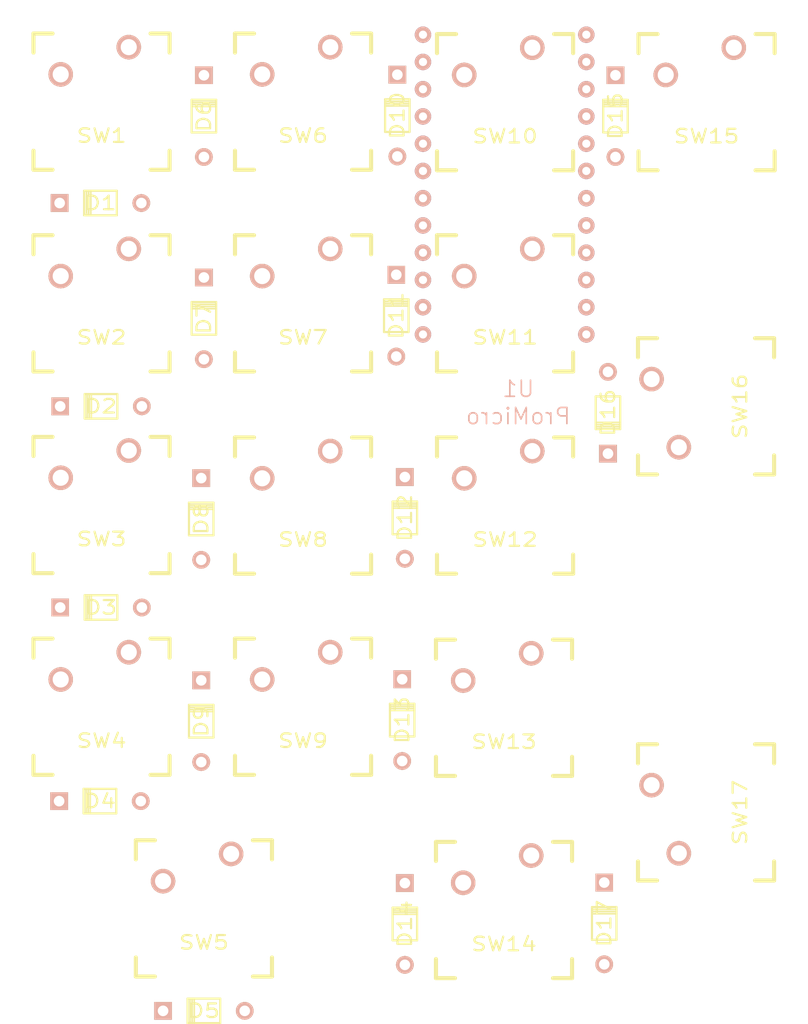
<source format=kicad_pcb>
(kicad_pcb (version 4) (host pcbnew "(2015-10-16 BZR 6271)-product")

  (general
    (links 53)
    (no_connects 53)
    (area 34.375799 38.475799 110.174201 134.344601)
    (thickness 1.6)
    (drawings 0)
    (tracks 0)
    (zones 0)
    (modules 35)
    (nets 40)
  )

  (page A4)
  (layers
    (0 F.Cu signal)
    (31 B.Cu signal)
    (32 B.Adhes user)
    (33 F.Adhes user)
    (34 B.Paste user)
    (35 F.Paste user)
    (36 B.SilkS user)
    (37 F.SilkS user)
    (38 B.Mask user)
    (39 F.Mask user)
    (40 Dwgs.User user)
    (41 Cmts.User user)
    (42 Eco1.User user)
    (43 Eco2.User user)
    (44 Edge.Cuts user)
    (45 Margin user)
    (46 B.CrtYd user)
    (47 F.CrtYd user)
    (48 B.Fab user)
    (49 F.Fab user)
  )

  (setup
    (last_trace_width 0.25)
    (trace_clearance 0.2)
    (zone_clearance 0.508)
    (zone_45_only no)
    (trace_min 0.2)
    (segment_width 0.2)
    (edge_width 0.15)
    (via_size 0.6)
    (via_drill 0.4)
    (via_min_size 0.4)
    (via_min_drill 0.3)
    (uvia_size 0.3)
    (uvia_drill 0.1)
    (uvias_allowed no)
    (uvia_min_size 0.2)
    (uvia_min_drill 0.1)
    (pcb_text_width 0.3)
    (pcb_text_size 1.5 1.5)
    (mod_edge_width 0.15)
    (mod_text_size 1 1)
    (mod_text_width 0.15)
    (pad_size 1.524 1.524)
    (pad_drill 0.762)
    (pad_to_mask_clearance 0.2)
    (aux_axis_origin 0 0)
    (visible_elements FFFFFF7F)
    (pcbplotparams
      (layerselection 0x00030_80000001)
      (usegerberextensions false)
      (excludeedgelayer true)
      (linewidth 0.100000)
      (plotframeref false)
      (viasonmask false)
      (mode 1)
      (useauxorigin false)
      (hpglpennumber 1)
      (hpglpenspeed 20)
      (hpglpendiameter 15)
      (hpglpenoverlay 2)
      (psnegative false)
      (psa4output false)
      (plotreference true)
      (plotvalue true)
      (plotinvisibletext false)
      (padsonsilk false)
      (subtractmaskfromsilk false)
      (outputformat 1)
      (mirror false)
      (drillshape 1)
      (scaleselection 1)
      (outputdirectory ""))
  )

  (net 0 "")
  (net 1 "Net-(D1-Pad1)")
  (net 2 "Net-(D1-Pad2)")
  (net 3 "Net-(D11-Pad1)")
  (net 4 "Net-(D2-Pad2)")
  (net 5 "Net-(D12-Pad1)")
  (net 6 "Net-(D3-Pad2)")
  (net 7 "Net-(D13-Pad1)")
  (net 8 "Net-(D4-Pad2)")
  (net 9 "Net-(D14-Pad1)")
  (net 10 "Net-(D5-Pad2)")
  (net 11 "Net-(D6-Pad2)")
  (net 12 "Net-(D7-Pad2)")
  (net 13 "Net-(D8-Pad2)")
  (net 14 "Net-(D9-Pad2)")
  (net 15 "Net-(D10-Pad2)")
  (net 16 "Net-(D11-Pad2)")
  (net 17 "Net-(D12-Pad2)")
  (net 18 "Net-(D13-Pad2)")
  (net 19 "Net-(D14-Pad2)")
  (net 20 "Net-(D15-Pad2)")
  (net 21 "Net-(D16-Pad2)")
  (net 22 "Net-(D17-Pad2)")
  (net 23 "Net-(SW1-Pad1)")
  (net 24 "Net-(SW6-Pad1)")
  (net 25 "Net-(SW10-Pad1)")
  (net 26 "Net-(SW15-Pad1)")
  (net 27 "Net-(U1-PadTX0)")
  (net 28 "Net-(U1-PadRX1)")
  (net 29 "Net-(U1-PadGND)")
  (net 30 "Net-(U1-Pad2)")
  (net 31 "Net-(U1-Pad3)")
  (net 32 "Net-(U1-Pad4)")
  (net 33 "Net-(U1-Pad5)")
  (net 34 "Net-(U1-Pad6)")
  (net 35 "Net-(U1-Pad7)")
  (net 36 "Net-(U1-PadRAW)")
  (net 37 "Net-(U1-PadRST)")
  (net 38 "Net-(U1-PadVCC)")
  (net 39 "Net-(U1-Pad14)")

  (net_class Default "This is the default net class."
    (clearance 0.2)
    (trace_width 0.25)
    (via_dia 0.6)
    (via_drill 0.4)
    (uvia_dia 0.3)
    (uvia_drill 0.1)
    (add_net "Net-(D1-Pad1)")
    (add_net "Net-(D1-Pad2)")
    (add_net "Net-(D10-Pad2)")
    (add_net "Net-(D11-Pad1)")
    (add_net "Net-(D11-Pad2)")
    (add_net "Net-(D12-Pad1)")
    (add_net "Net-(D12-Pad2)")
    (add_net "Net-(D13-Pad1)")
    (add_net "Net-(D13-Pad2)")
    (add_net "Net-(D14-Pad1)")
    (add_net "Net-(D14-Pad2)")
    (add_net "Net-(D15-Pad2)")
    (add_net "Net-(D16-Pad2)")
    (add_net "Net-(D17-Pad2)")
    (add_net "Net-(D2-Pad2)")
    (add_net "Net-(D3-Pad2)")
    (add_net "Net-(D4-Pad2)")
    (add_net "Net-(D5-Pad2)")
    (add_net "Net-(D6-Pad2)")
    (add_net "Net-(D7-Pad2)")
    (add_net "Net-(D8-Pad2)")
    (add_net "Net-(D9-Pad2)")
    (add_net "Net-(SW1-Pad1)")
    (add_net "Net-(SW10-Pad1)")
    (add_net "Net-(SW15-Pad1)")
    (add_net "Net-(SW6-Pad1)")
    (add_net "Net-(U1-Pad14)")
    (add_net "Net-(U1-Pad2)")
    (add_net "Net-(U1-Pad3)")
    (add_net "Net-(U1-Pad4)")
    (add_net "Net-(U1-Pad5)")
    (add_net "Net-(U1-Pad6)")
    (add_net "Net-(U1-Pad7)")
    (add_net "Net-(U1-PadGND)")
    (add_net "Net-(U1-PadRAW)")
    (add_net "Net-(U1-PadRST)")
    (add_net "Net-(U1-PadRX1)")
    (add_net "Net-(U1-PadTX0)")
    (add_net "Net-(U1-PadVCC)")
  )

  (module Keyboard:DIODE (layer F.Cu) (tedit 549B02AC) (tstamp 57F04708)
    (at 43.95 57.6 180)
    (path /57EAB65E)
    (fp_text reference D1 (at 0 0 180) (layer F.SilkS)
      (effects (font (size 1.27 1.524) (thickness 0.2032)))
    )
    (fp_text value D (at 0 0 180) (layer F.SilkS) hide
      (effects (font (size 1.27 1.524) (thickness 0.2032)))
    )
    (fp_line (start 0.9 1.1) (end 0.9 -1.1) (layer F.SilkS) (width 0.15))
    (fp_line (start 1.1 -1.1) (end 1.1 1.1) (layer F.SilkS) (width 0.15))
    (fp_line (start 1.3 -1) (end 1.3 -1.1) (layer F.SilkS) (width 0.15))
    (fp_line (start 1.3 -1.1) (end 1.3 -1) (layer F.SilkS) (width 0.15))
    (fp_line (start 1.3 1.1) (end 1.3 -1) (layer F.SilkS) (width 0.15))
    (fp_line (start -1.524 -1.143) (end 1.524 -1.143) (layer F.SilkS) (width 0.2032))
    (fp_line (start 1.524 -1.143) (end 1.524 1.143) (layer F.SilkS) (width 0.2032))
    (fp_line (start 1.524 1.143) (end -1.524 1.143) (layer F.SilkS) (width 0.2032))
    (fp_line (start -1.524 1.143) (end -1.524 -1.143) (layer F.SilkS) (width 0.2032))
    (pad 1 thru_hole circle (at -3.81 0 180) (size 1.651 1.651) (drill 0.9906) (layers *.Cu *.SilkS *.Mask)
      (net 1 "Net-(D1-Pad1)"))
    (pad 2 thru_hole rect (at 3.81 0 180) (size 1.651 1.651) (drill 0.9906) (layers *.Cu *.SilkS *.Mask)
      (net 2 "Net-(D1-Pad2)"))
  )

  (module Keyboard:DIODE (layer F.Cu) (tedit 549B02AC) (tstamp 57F0470E)
    (at 44 76.55 180)
    (path /57EAB9F4)
    (fp_text reference D2 (at 0 0 180) (layer F.SilkS)
      (effects (font (size 1.27 1.524) (thickness 0.2032)))
    )
    (fp_text value D (at 0 0 180) (layer F.SilkS) hide
      (effects (font (size 1.27 1.524) (thickness 0.2032)))
    )
    (fp_line (start 0.9 1.1) (end 0.9 -1.1) (layer F.SilkS) (width 0.15))
    (fp_line (start 1.1 -1.1) (end 1.1 1.1) (layer F.SilkS) (width 0.15))
    (fp_line (start 1.3 -1) (end 1.3 -1.1) (layer F.SilkS) (width 0.15))
    (fp_line (start 1.3 -1.1) (end 1.3 -1) (layer F.SilkS) (width 0.15))
    (fp_line (start 1.3 1.1) (end 1.3 -1) (layer F.SilkS) (width 0.15))
    (fp_line (start -1.524 -1.143) (end 1.524 -1.143) (layer F.SilkS) (width 0.2032))
    (fp_line (start 1.524 -1.143) (end 1.524 1.143) (layer F.SilkS) (width 0.2032))
    (fp_line (start 1.524 1.143) (end -1.524 1.143) (layer F.SilkS) (width 0.2032))
    (fp_line (start -1.524 1.143) (end -1.524 -1.143) (layer F.SilkS) (width 0.2032))
    (pad 1 thru_hole circle (at -3.81 0 180) (size 1.651 1.651) (drill 0.9906) (layers *.Cu *.SilkS *.Mask)
      (net 3 "Net-(D11-Pad1)"))
    (pad 2 thru_hole rect (at 3.81 0 180) (size 1.651 1.651) (drill 0.9906) (layers *.Cu *.SilkS *.Mask)
      (net 4 "Net-(D2-Pad2)"))
  )

  (module Keyboard:DIODE (layer F.Cu) (tedit 549B02AC) (tstamp 57F04714)
    (at 44 95.3 180)
    (path /57EABB90)
    (fp_text reference D3 (at 0 0 180) (layer F.SilkS)
      (effects (font (size 1.27 1.524) (thickness 0.2032)))
    )
    (fp_text value D (at 0 0 180) (layer F.SilkS) hide
      (effects (font (size 1.27 1.524) (thickness 0.2032)))
    )
    (fp_line (start 0.9 1.1) (end 0.9 -1.1) (layer F.SilkS) (width 0.15))
    (fp_line (start 1.1 -1.1) (end 1.1 1.1) (layer F.SilkS) (width 0.15))
    (fp_line (start 1.3 -1) (end 1.3 -1.1) (layer F.SilkS) (width 0.15))
    (fp_line (start 1.3 -1.1) (end 1.3 -1) (layer F.SilkS) (width 0.15))
    (fp_line (start 1.3 1.1) (end 1.3 -1) (layer F.SilkS) (width 0.15))
    (fp_line (start -1.524 -1.143) (end 1.524 -1.143) (layer F.SilkS) (width 0.2032))
    (fp_line (start 1.524 -1.143) (end 1.524 1.143) (layer F.SilkS) (width 0.2032))
    (fp_line (start 1.524 1.143) (end -1.524 1.143) (layer F.SilkS) (width 0.2032))
    (fp_line (start -1.524 1.143) (end -1.524 -1.143) (layer F.SilkS) (width 0.2032))
    (pad 1 thru_hole circle (at -3.81 0 180) (size 1.651 1.651) (drill 0.9906) (layers *.Cu *.SilkS *.Mask)
      (net 5 "Net-(D12-Pad1)"))
    (pad 2 thru_hole rect (at 3.81 0 180) (size 1.651 1.651) (drill 0.9906) (layers *.Cu *.SilkS *.Mask)
      (net 6 "Net-(D3-Pad2)"))
  )

  (module Keyboard:DIODE (layer F.Cu) (tedit 549B02AC) (tstamp 57F0471A)
    (at 43.9 113.35 180)
    (path /57EABCAD)
    (fp_text reference D4 (at 0 0 180) (layer F.SilkS)
      (effects (font (size 1.27 1.524) (thickness 0.2032)))
    )
    (fp_text value D (at 0 0 180) (layer F.SilkS) hide
      (effects (font (size 1.27 1.524) (thickness 0.2032)))
    )
    (fp_line (start 0.9 1.1) (end 0.9 -1.1) (layer F.SilkS) (width 0.15))
    (fp_line (start 1.1 -1.1) (end 1.1 1.1) (layer F.SilkS) (width 0.15))
    (fp_line (start 1.3 -1) (end 1.3 -1.1) (layer F.SilkS) (width 0.15))
    (fp_line (start 1.3 -1.1) (end 1.3 -1) (layer F.SilkS) (width 0.15))
    (fp_line (start 1.3 1.1) (end 1.3 -1) (layer F.SilkS) (width 0.15))
    (fp_line (start -1.524 -1.143) (end 1.524 -1.143) (layer F.SilkS) (width 0.2032))
    (fp_line (start 1.524 -1.143) (end 1.524 1.143) (layer F.SilkS) (width 0.2032))
    (fp_line (start 1.524 1.143) (end -1.524 1.143) (layer F.SilkS) (width 0.2032))
    (fp_line (start -1.524 1.143) (end -1.524 -1.143) (layer F.SilkS) (width 0.2032))
    (pad 1 thru_hole circle (at -3.81 0 180) (size 1.651 1.651) (drill 0.9906) (layers *.Cu *.SilkS *.Mask)
      (net 7 "Net-(D13-Pad1)"))
    (pad 2 thru_hole rect (at 3.81 0 180) (size 1.651 1.651) (drill 0.9906) (layers *.Cu *.SilkS *.Mask)
      (net 8 "Net-(D4-Pad2)"))
  )

  (module Keyboard:DIODE (layer F.Cu) (tedit 549B02AC) (tstamp 57F04720)
    (at 53.6 132.9 180)
    (path /57EAC5A2)
    (fp_text reference D5 (at 0 0 180) (layer F.SilkS)
      (effects (font (size 1.27 1.524) (thickness 0.2032)))
    )
    (fp_text value D (at 0 0 180) (layer F.SilkS) hide
      (effects (font (size 1.27 1.524) (thickness 0.2032)))
    )
    (fp_line (start 0.9 1.1) (end 0.9 -1.1) (layer F.SilkS) (width 0.15))
    (fp_line (start 1.1 -1.1) (end 1.1 1.1) (layer F.SilkS) (width 0.15))
    (fp_line (start 1.3 -1) (end 1.3 -1.1) (layer F.SilkS) (width 0.15))
    (fp_line (start 1.3 -1.1) (end 1.3 -1) (layer F.SilkS) (width 0.15))
    (fp_line (start 1.3 1.1) (end 1.3 -1) (layer F.SilkS) (width 0.15))
    (fp_line (start -1.524 -1.143) (end 1.524 -1.143) (layer F.SilkS) (width 0.2032))
    (fp_line (start 1.524 -1.143) (end 1.524 1.143) (layer F.SilkS) (width 0.2032))
    (fp_line (start 1.524 1.143) (end -1.524 1.143) (layer F.SilkS) (width 0.2032))
    (fp_line (start -1.524 1.143) (end -1.524 -1.143) (layer F.SilkS) (width 0.2032))
    (pad 1 thru_hole circle (at -3.81 0 180) (size 1.651 1.651) (drill 0.9906) (layers *.Cu *.SilkS *.Mask)
      (net 9 "Net-(D14-Pad1)"))
    (pad 2 thru_hole rect (at 3.81 0 180) (size 1.651 1.651) (drill 0.9906) (layers *.Cu *.SilkS *.Mask)
      (net 10 "Net-(D5-Pad2)"))
  )

  (module Keyboard:DIODE (layer F.Cu) (tedit 549B02AC) (tstamp 57F04726)
    (at 53.6 49.5 90)
    (path /57EAB47E)
    (fp_text reference D6 (at 0 0 90) (layer F.SilkS)
      (effects (font (size 1.27 1.524) (thickness 0.2032)))
    )
    (fp_text value D (at 0 0 90) (layer F.SilkS) hide
      (effects (font (size 1.27 1.524) (thickness 0.2032)))
    )
    (fp_line (start 0.9 1.1) (end 0.9 -1.1) (layer F.SilkS) (width 0.15))
    (fp_line (start 1.1 -1.1) (end 1.1 1.1) (layer F.SilkS) (width 0.15))
    (fp_line (start 1.3 -1) (end 1.3 -1.1) (layer F.SilkS) (width 0.15))
    (fp_line (start 1.3 -1.1) (end 1.3 -1) (layer F.SilkS) (width 0.15))
    (fp_line (start 1.3 1.1) (end 1.3 -1) (layer F.SilkS) (width 0.15))
    (fp_line (start -1.524 -1.143) (end 1.524 -1.143) (layer F.SilkS) (width 0.2032))
    (fp_line (start 1.524 -1.143) (end 1.524 1.143) (layer F.SilkS) (width 0.2032))
    (fp_line (start 1.524 1.143) (end -1.524 1.143) (layer F.SilkS) (width 0.2032))
    (fp_line (start -1.524 1.143) (end -1.524 -1.143) (layer F.SilkS) (width 0.2032))
    (pad 1 thru_hole circle (at -3.81 0 90) (size 1.651 1.651) (drill 0.9906) (layers *.Cu *.SilkS *.Mask)
      (net 1 "Net-(D1-Pad1)"))
    (pad 2 thru_hole rect (at 3.81 0 90) (size 1.651 1.651) (drill 0.9906) (layers *.Cu *.SilkS *.Mask)
      (net 11 "Net-(D6-Pad2)"))
  )

  (module Keyboard:DIODE (layer F.Cu) (tedit 549B02AC) (tstamp 57F0472C)
    (at 53.6 68.35 90)
    (path /57EAB9E8)
    (fp_text reference D7 (at 0 0 90) (layer F.SilkS)
      (effects (font (size 1.27 1.524) (thickness 0.2032)))
    )
    (fp_text value D (at 0 0 90) (layer F.SilkS) hide
      (effects (font (size 1.27 1.524) (thickness 0.2032)))
    )
    (fp_line (start 0.9 1.1) (end 0.9 -1.1) (layer F.SilkS) (width 0.15))
    (fp_line (start 1.1 -1.1) (end 1.1 1.1) (layer F.SilkS) (width 0.15))
    (fp_line (start 1.3 -1) (end 1.3 -1.1) (layer F.SilkS) (width 0.15))
    (fp_line (start 1.3 -1.1) (end 1.3 -1) (layer F.SilkS) (width 0.15))
    (fp_line (start 1.3 1.1) (end 1.3 -1) (layer F.SilkS) (width 0.15))
    (fp_line (start -1.524 -1.143) (end 1.524 -1.143) (layer F.SilkS) (width 0.2032))
    (fp_line (start 1.524 -1.143) (end 1.524 1.143) (layer F.SilkS) (width 0.2032))
    (fp_line (start 1.524 1.143) (end -1.524 1.143) (layer F.SilkS) (width 0.2032))
    (fp_line (start -1.524 1.143) (end -1.524 -1.143) (layer F.SilkS) (width 0.2032))
    (pad 1 thru_hole circle (at -3.81 0 90) (size 1.651 1.651) (drill 0.9906) (layers *.Cu *.SilkS *.Mask)
      (net 3 "Net-(D11-Pad1)"))
    (pad 2 thru_hole rect (at 3.81 0 90) (size 1.651 1.651) (drill 0.9906) (layers *.Cu *.SilkS *.Mask)
      (net 12 "Net-(D7-Pad2)"))
  )

  (module Keyboard:DIODE (layer F.Cu) (tedit 549B02AC) (tstamp 57F04732)
    (at 53.35 87.05 90)
    (path /57EABB84)
    (fp_text reference D8 (at 0 0 90) (layer F.SilkS)
      (effects (font (size 1.27 1.524) (thickness 0.2032)))
    )
    (fp_text value D (at 0 0 90) (layer F.SilkS) hide
      (effects (font (size 1.27 1.524) (thickness 0.2032)))
    )
    (fp_line (start 0.9 1.1) (end 0.9 -1.1) (layer F.SilkS) (width 0.15))
    (fp_line (start 1.1 -1.1) (end 1.1 1.1) (layer F.SilkS) (width 0.15))
    (fp_line (start 1.3 -1) (end 1.3 -1.1) (layer F.SilkS) (width 0.15))
    (fp_line (start 1.3 -1.1) (end 1.3 -1) (layer F.SilkS) (width 0.15))
    (fp_line (start 1.3 1.1) (end 1.3 -1) (layer F.SilkS) (width 0.15))
    (fp_line (start -1.524 -1.143) (end 1.524 -1.143) (layer F.SilkS) (width 0.2032))
    (fp_line (start 1.524 -1.143) (end 1.524 1.143) (layer F.SilkS) (width 0.2032))
    (fp_line (start 1.524 1.143) (end -1.524 1.143) (layer F.SilkS) (width 0.2032))
    (fp_line (start -1.524 1.143) (end -1.524 -1.143) (layer F.SilkS) (width 0.2032))
    (pad 1 thru_hole circle (at -3.81 0 90) (size 1.651 1.651) (drill 0.9906) (layers *.Cu *.SilkS *.Mask)
      (net 5 "Net-(D12-Pad1)"))
    (pad 2 thru_hole rect (at 3.81 0 90) (size 1.651 1.651) (drill 0.9906) (layers *.Cu *.SilkS *.Mask)
      (net 13 "Net-(D8-Pad2)"))
  )

  (module Keyboard:DIODE (layer F.Cu) (tedit 549B02AC) (tstamp 57F04738)
    (at 53.35 105.9 90)
    (path /57EABCA1)
    (fp_text reference D9 (at 0 0 90) (layer F.SilkS)
      (effects (font (size 1.27 1.524) (thickness 0.2032)))
    )
    (fp_text value D (at 0 0 90) (layer F.SilkS) hide
      (effects (font (size 1.27 1.524) (thickness 0.2032)))
    )
    (fp_line (start 0.9 1.1) (end 0.9 -1.1) (layer F.SilkS) (width 0.15))
    (fp_line (start 1.1 -1.1) (end 1.1 1.1) (layer F.SilkS) (width 0.15))
    (fp_line (start 1.3 -1) (end 1.3 -1.1) (layer F.SilkS) (width 0.15))
    (fp_line (start 1.3 -1.1) (end 1.3 -1) (layer F.SilkS) (width 0.15))
    (fp_line (start 1.3 1.1) (end 1.3 -1) (layer F.SilkS) (width 0.15))
    (fp_line (start -1.524 -1.143) (end 1.524 -1.143) (layer F.SilkS) (width 0.2032))
    (fp_line (start 1.524 -1.143) (end 1.524 1.143) (layer F.SilkS) (width 0.2032))
    (fp_line (start 1.524 1.143) (end -1.524 1.143) (layer F.SilkS) (width 0.2032))
    (fp_line (start -1.524 1.143) (end -1.524 -1.143) (layer F.SilkS) (width 0.2032))
    (pad 1 thru_hole circle (at -3.81 0 90) (size 1.651 1.651) (drill 0.9906) (layers *.Cu *.SilkS *.Mask)
      (net 7 "Net-(D13-Pad1)"))
    (pad 2 thru_hole rect (at 3.81 0 90) (size 1.651 1.651) (drill 0.9906) (layers *.Cu *.SilkS *.Mask)
      (net 14 "Net-(D9-Pad2)"))
  )

  (module Keyboard:DIODE (layer F.Cu) (tedit 549B02AC) (tstamp 57F0473E)
    (at 71.65 49.45 90)
    (path /57EAB75A)
    (fp_text reference D10 (at 0 0 90) (layer F.SilkS)
      (effects (font (size 1.27 1.524) (thickness 0.2032)))
    )
    (fp_text value D (at 0 0 90) (layer F.SilkS) hide
      (effects (font (size 1.27 1.524) (thickness 0.2032)))
    )
    (fp_line (start 0.9 1.1) (end 0.9 -1.1) (layer F.SilkS) (width 0.15))
    (fp_line (start 1.1 -1.1) (end 1.1 1.1) (layer F.SilkS) (width 0.15))
    (fp_line (start 1.3 -1) (end 1.3 -1.1) (layer F.SilkS) (width 0.15))
    (fp_line (start 1.3 -1.1) (end 1.3 -1) (layer F.SilkS) (width 0.15))
    (fp_line (start 1.3 1.1) (end 1.3 -1) (layer F.SilkS) (width 0.15))
    (fp_line (start -1.524 -1.143) (end 1.524 -1.143) (layer F.SilkS) (width 0.2032))
    (fp_line (start 1.524 -1.143) (end 1.524 1.143) (layer F.SilkS) (width 0.2032))
    (fp_line (start 1.524 1.143) (end -1.524 1.143) (layer F.SilkS) (width 0.2032))
    (fp_line (start -1.524 1.143) (end -1.524 -1.143) (layer F.SilkS) (width 0.2032))
    (pad 1 thru_hole circle (at -3.81 0 90) (size 1.651 1.651) (drill 0.9906) (layers *.Cu *.SilkS *.Mask)
      (net 1 "Net-(D1-Pad1)"))
    (pad 2 thru_hole rect (at 3.81 0 90) (size 1.651 1.651) (drill 0.9906) (layers *.Cu *.SilkS *.Mask)
      (net 15 "Net-(D10-Pad2)"))
  )

  (module Keyboard:DIODE (layer F.Cu) (tedit 549B02AC) (tstamp 57F04744)
    (at 71.55 68.1 90)
    (path /57EABA00)
    (fp_text reference D11 (at 0 0 90) (layer F.SilkS)
      (effects (font (size 1.27 1.524) (thickness 0.2032)))
    )
    (fp_text value D (at 0 0 90) (layer F.SilkS) hide
      (effects (font (size 1.27 1.524) (thickness 0.2032)))
    )
    (fp_line (start 0.9 1.1) (end 0.9 -1.1) (layer F.SilkS) (width 0.15))
    (fp_line (start 1.1 -1.1) (end 1.1 1.1) (layer F.SilkS) (width 0.15))
    (fp_line (start 1.3 -1) (end 1.3 -1.1) (layer F.SilkS) (width 0.15))
    (fp_line (start 1.3 -1.1) (end 1.3 -1) (layer F.SilkS) (width 0.15))
    (fp_line (start 1.3 1.1) (end 1.3 -1) (layer F.SilkS) (width 0.15))
    (fp_line (start -1.524 -1.143) (end 1.524 -1.143) (layer F.SilkS) (width 0.2032))
    (fp_line (start 1.524 -1.143) (end 1.524 1.143) (layer F.SilkS) (width 0.2032))
    (fp_line (start 1.524 1.143) (end -1.524 1.143) (layer F.SilkS) (width 0.2032))
    (fp_line (start -1.524 1.143) (end -1.524 -1.143) (layer F.SilkS) (width 0.2032))
    (pad 1 thru_hole circle (at -3.81 0 90) (size 1.651 1.651) (drill 0.9906) (layers *.Cu *.SilkS *.Mask)
      (net 3 "Net-(D11-Pad1)"))
    (pad 2 thru_hole rect (at 3.81 0 90) (size 1.651 1.651) (drill 0.9906) (layers *.Cu *.SilkS *.Mask)
      (net 16 "Net-(D11-Pad2)"))
  )

  (module Keyboard:DIODE (layer F.Cu) (tedit 549B02AC) (tstamp 57F0474A)
    (at 72.35 86.95 90)
    (path /57EABB9C)
    (fp_text reference D12 (at 0 0 90) (layer F.SilkS)
      (effects (font (size 1.27 1.524) (thickness 0.2032)))
    )
    (fp_text value D (at 0 0 90) (layer F.SilkS) hide
      (effects (font (size 1.27 1.524) (thickness 0.2032)))
    )
    (fp_line (start 0.9 1.1) (end 0.9 -1.1) (layer F.SilkS) (width 0.15))
    (fp_line (start 1.1 -1.1) (end 1.1 1.1) (layer F.SilkS) (width 0.15))
    (fp_line (start 1.3 -1) (end 1.3 -1.1) (layer F.SilkS) (width 0.15))
    (fp_line (start 1.3 -1.1) (end 1.3 -1) (layer F.SilkS) (width 0.15))
    (fp_line (start 1.3 1.1) (end 1.3 -1) (layer F.SilkS) (width 0.15))
    (fp_line (start -1.524 -1.143) (end 1.524 -1.143) (layer F.SilkS) (width 0.2032))
    (fp_line (start 1.524 -1.143) (end 1.524 1.143) (layer F.SilkS) (width 0.2032))
    (fp_line (start 1.524 1.143) (end -1.524 1.143) (layer F.SilkS) (width 0.2032))
    (fp_line (start -1.524 1.143) (end -1.524 -1.143) (layer F.SilkS) (width 0.2032))
    (pad 1 thru_hole circle (at -3.81 0 90) (size 1.651 1.651) (drill 0.9906) (layers *.Cu *.SilkS *.Mask)
      (net 5 "Net-(D12-Pad1)"))
    (pad 2 thru_hole rect (at 3.81 0 90) (size 1.651 1.651) (drill 0.9906) (layers *.Cu *.SilkS *.Mask)
      (net 17 "Net-(D12-Pad2)"))
  )

  (module Keyboard:DIODE (layer F.Cu) (tedit 549B02AC) (tstamp 57F04750)
    (at 72.1 105.8 90)
    (path /57EABCB9)
    (fp_text reference D13 (at 0 0 90) (layer F.SilkS)
      (effects (font (size 1.27 1.524) (thickness 0.2032)))
    )
    (fp_text value D (at 0 0 90) (layer F.SilkS) hide
      (effects (font (size 1.27 1.524) (thickness 0.2032)))
    )
    (fp_line (start 0.9 1.1) (end 0.9 -1.1) (layer F.SilkS) (width 0.15))
    (fp_line (start 1.1 -1.1) (end 1.1 1.1) (layer F.SilkS) (width 0.15))
    (fp_line (start 1.3 -1) (end 1.3 -1.1) (layer F.SilkS) (width 0.15))
    (fp_line (start 1.3 -1.1) (end 1.3 -1) (layer F.SilkS) (width 0.15))
    (fp_line (start 1.3 1.1) (end 1.3 -1) (layer F.SilkS) (width 0.15))
    (fp_line (start -1.524 -1.143) (end 1.524 -1.143) (layer F.SilkS) (width 0.2032))
    (fp_line (start 1.524 -1.143) (end 1.524 1.143) (layer F.SilkS) (width 0.2032))
    (fp_line (start 1.524 1.143) (end -1.524 1.143) (layer F.SilkS) (width 0.2032))
    (fp_line (start -1.524 1.143) (end -1.524 -1.143) (layer F.SilkS) (width 0.2032))
    (pad 1 thru_hole circle (at -3.81 0 90) (size 1.651 1.651) (drill 0.9906) (layers *.Cu *.SilkS *.Mask)
      (net 7 "Net-(D13-Pad1)"))
    (pad 2 thru_hole rect (at 3.81 0 90) (size 1.651 1.651) (drill 0.9906) (layers *.Cu *.SilkS *.Mask)
      (net 18 "Net-(D13-Pad2)"))
  )

  (module Keyboard:DIODE (layer F.Cu) (tedit 549B02AC) (tstamp 57F04756)
    (at 72.35 124.8 90)
    (path /57EAC596)
    (fp_text reference D14 (at 0 0 90) (layer F.SilkS)
      (effects (font (size 1.27 1.524) (thickness 0.2032)))
    )
    (fp_text value D (at 0 0 90) (layer F.SilkS) hide
      (effects (font (size 1.27 1.524) (thickness 0.2032)))
    )
    (fp_line (start 0.9 1.1) (end 0.9 -1.1) (layer F.SilkS) (width 0.15))
    (fp_line (start 1.1 -1.1) (end 1.1 1.1) (layer F.SilkS) (width 0.15))
    (fp_line (start 1.3 -1) (end 1.3 -1.1) (layer F.SilkS) (width 0.15))
    (fp_line (start 1.3 -1.1) (end 1.3 -1) (layer F.SilkS) (width 0.15))
    (fp_line (start 1.3 1.1) (end 1.3 -1) (layer F.SilkS) (width 0.15))
    (fp_line (start -1.524 -1.143) (end 1.524 -1.143) (layer F.SilkS) (width 0.2032))
    (fp_line (start 1.524 -1.143) (end 1.524 1.143) (layer F.SilkS) (width 0.2032))
    (fp_line (start 1.524 1.143) (end -1.524 1.143) (layer F.SilkS) (width 0.2032))
    (fp_line (start -1.524 1.143) (end -1.524 -1.143) (layer F.SilkS) (width 0.2032))
    (pad 1 thru_hole circle (at -3.81 0 90) (size 1.651 1.651) (drill 0.9906) (layers *.Cu *.SilkS *.Mask)
      (net 9 "Net-(D14-Pad1)"))
    (pad 2 thru_hole rect (at 3.81 0 90) (size 1.651 1.651) (drill 0.9906) (layers *.Cu *.SilkS *.Mask)
      (net 19 "Net-(D14-Pad2)"))
  )

  (module Keyboard:DIODE (layer F.Cu) (tedit 549B02AC) (tstamp 57F0475C)
    (at 92 49.5 90)
    (path /57EAB74E)
    (fp_text reference D15 (at 0 0 90) (layer F.SilkS)
      (effects (font (size 1.27 1.524) (thickness 0.2032)))
    )
    (fp_text value D (at 0 0 90) (layer F.SilkS) hide
      (effects (font (size 1.27 1.524) (thickness 0.2032)))
    )
    (fp_line (start 0.9 1.1) (end 0.9 -1.1) (layer F.SilkS) (width 0.15))
    (fp_line (start 1.1 -1.1) (end 1.1 1.1) (layer F.SilkS) (width 0.15))
    (fp_line (start 1.3 -1) (end 1.3 -1.1) (layer F.SilkS) (width 0.15))
    (fp_line (start 1.3 -1.1) (end 1.3 -1) (layer F.SilkS) (width 0.15))
    (fp_line (start 1.3 1.1) (end 1.3 -1) (layer F.SilkS) (width 0.15))
    (fp_line (start -1.524 -1.143) (end 1.524 -1.143) (layer F.SilkS) (width 0.2032))
    (fp_line (start 1.524 -1.143) (end 1.524 1.143) (layer F.SilkS) (width 0.2032))
    (fp_line (start 1.524 1.143) (end -1.524 1.143) (layer F.SilkS) (width 0.2032))
    (fp_line (start -1.524 1.143) (end -1.524 -1.143) (layer F.SilkS) (width 0.2032))
    (pad 1 thru_hole circle (at -3.81 0 90) (size 1.651 1.651) (drill 0.9906) (layers *.Cu *.SilkS *.Mask)
      (net 1 "Net-(D1-Pad1)"))
    (pad 2 thru_hole rect (at 3.81 0 90) (size 1.651 1.651) (drill 0.9906) (layers *.Cu *.SilkS *.Mask)
      (net 20 "Net-(D15-Pad2)"))
  )

  (module Keyboard:DIODE (layer F.Cu) (tedit 549B02AC) (tstamp 57F04762)
    (at 91.3 77.15 270)
    (path /57EAC646)
    (fp_text reference D16 (at 0 0 270) (layer F.SilkS)
      (effects (font (size 1.27 1.524) (thickness 0.2032)))
    )
    (fp_text value D (at 0 0 270) (layer F.SilkS) hide
      (effects (font (size 1.27 1.524) (thickness 0.2032)))
    )
    (fp_line (start 0.9 1.1) (end 0.9 -1.1) (layer F.SilkS) (width 0.15))
    (fp_line (start 1.1 -1.1) (end 1.1 1.1) (layer F.SilkS) (width 0.15))
    (fp_line (start 1.3 -1) (end 1.3 -1.1) (layer F.SilkS) (width 0.15))
    (fp_line (start 1.3 -1.1) (end 1.3 -1) (layer F.SilkS) (width 0.15))
    (fp_line (start 1.3 1.1) (end 1.3 -1) (layer F.SilkS) (width 0.15))
    (fp_line (start -1.524 -1.143) (end 1.524 -1.143) (layer F.SilkS) (width 0.2032))
    (fp_line (start 1.524 -1.143) (end 1.524 1.143) (layer F.SilkS) (width 0.2032))
    (fp_line (start 1.524 1.143) (end -1.524 1.143) (layer F.SilkS) (width 0.2032))
    (fp_line (start -1.524 1.143) (end -1.524 -1.143) (layer F.SilkS) (width 0.2032))
    (pad 1 thru_hole circle (at -3.81 0 270) (size 1.651 1.651) (drill 0.9906) (layers *.Cu *.SilkS *.Mask)
      (net 3 "Net-(D11-Pad1)"))
    (pad 2 thru_hole rect (at 3.81 0 270) (size 1.651 1.651) (drill 0.9906) (layers *.Cu *.SilkS *.Mask)
      (net 21 "Net-(D16-Pad2)"))
  )

  (module Keyboard:DIODE (layer F.Cu) (tedit 549B02AC) (tstamp 57F04768)
    (at 90.95 124.75 90)
    (path /57EAC5AE)
    (fp_text reference D17 (at 0 0 90) (layer F.SilkS)
      (effects (font (size 1.27 1.524) (thickness 0.2032)))
    )
    (fp_text value D (at 0 0 90) (layer F.SilkS) hide
      (effects (font (size 1.27 1.524) (thickness 0.2032)))
    )
    (fp_line (start 0.9 1.1) (end 0.9 -1.1) (layer F.SilkS) (width 0.15))
    (fp_line (start 1.1 -1.1) (end 1.1 1.1) (layer F.SilkS) (width 0.15))
    (fp_line (start 1.3 -1) (end 1.3 -1.1) (layer F.SilkS) (width 0.15))
    (fp_line (start 1.3 -1.1) (end 1.3 -1) (layer F.SilkS) (width 0.15))
    (fp_line (start 1.3 1.1) (end 1.3 -1) (layer F.SilkS) (width 0.15))
    (fp_line (start -1.524 -1.143) (end 1.524 -1.143) (layer F.SilkS) (width 0.2032))
    (fp_line (start 1.524 -1.143) (end 1.524 1.143) (layer F.SilkS) (width 0.2032))
    (fp_line (start 1.524 1.143) (end -1.524 1.143) (layer F.SilkS) (width 0.2032))
    (fp_line (start -1.524 1.143) (end -1.524 -1.143) (layer F.SilkS) (width 0.2032))
    (pad 1 thru_hole circle (at -3.81 0 90) (size 1.651 1.651) (drill 0.9906) (layers *.Cu *.SilkS *.Mask)
      (net 9 "Net-(D14-Pad1)"))
    (pad 2 thru_hole rect (at 3.81 0 90) (size 1.651 1.651) (drill 0.9906) (layers *.Cu *.SilkS *.Mask)
      (net 22 "Net-(D17-Pad2)"))
  )

  (module Keyboard:CHERRY_PCB_100H (layer F.Cu) (tedit 549A0505) (tstamp 57F04771)
    (at 44.05 48.15)
    (path /57EAB658)
    (fp_text reference SW1 (at 0 3.175) (layer F.SilkS)
      (effects (font (size 1.27 1.524) (thickness 0.2032)))
    )
    (fp_text value SW_PUSH (at 0 5.08) (layer F.SilkS) hide
      (effects (font (size 1.27 1.524) (thickness 0.2032)))
    )
    (fp_text user 1.00u (at -5.715 8.255) (layer Dwgs.User)
      (effects (font (thickness 0.3048)))
    )
    (fp_line (start -6.35 -6.35) (end 6.35 -6.35) (layer Cmts.User) (width 0.1524))
    (fp_line (start 6.35 -6.35) (end 6.35 6.35) (layer Cmts.User) (width 0.1524))
    (fp_line (start 6.35 6.35) (end -6.35 6.35) (layer Cmts.User) (width 0.1524))
    (fp_line (start -6.35 6.35) (end -6.35 -6.35) (layer Cmts.User) (width 0.1524))
    (fp_line (start -9.398 -9.398) (end 9.398 -9.398) (layer Dwgs.User) (width 0.1524))
    (fp_line (start 9.398 -9.398) (end 9.398 9.398) (layer Dwgs.User) (width 0.1524))
    (fp_line (start 9.398 9.398) (end -9.398 9.398) (layer Dwgs.User) (width 0.1524))
    (fp_line (start -9.398 9.398) (end -9.398 -9.398) (layer Dwgs.User) (width 0.1524))
    (fp_line (start -6.35 -6.35) (end -4.572 -6.35) (layer F.SilkS) (width 0.381))
    (fp_line (start 4.572 -6.35) (end 6.35 -6.35) (layer F.SilkS) (width 0.381))
    (fp_line (start 6.35 -6.35) (end 6.35 -4.572) (layer F.SilkS) (width 0.381))
    (fp_line (start 6.35 4.572) (end 6.35 6.35) (layer F.SilkS) (width 0.381))
    (fp_line (start 6.35 6.35) (end 4.572 6.35) (layer F.SilkS) (width 0.381))
    (fp_line (start -4.572 6.35) (end -6.35 6.35) (layer F.SilkS) (width 0.381))
    (fp_line (start -6.35 6.35) (end -6.35 4.572) (layer F.SilkS) (width 0.381))
    (fp_line (start -6.35 -4.572) (end -6.35 -6.35) (layer F.SilkS) (width 0.381))
    (fp_line (start -6.985 -6.985) (end 6.985 -6.985) (layer Eco2.User) (width 0.1524))
    (fp_line (start 6.985 -6.985) (end 6.985 6.985) (layer Eco2.User) (width 0.1524))
    (fp_line (start 6.985 6.985) (end -6.985 6.985) (layer Eco2.User) (width 0.1524))
    (fp_line (start -6.985 6.985) (end -6.985 -6.985) (layer Eco2.User) (width 0.1524))
    (pad 1 thru_hole circle (at 2.54 -5.08) (size 2.286 2.286) (drill 1.4986) (layers *.Cu *.SilkS *.Mask)
      (net 23 "Net-(SW1-Pad1)"))
    (pad 2 thru_hole circle (at -3.81 -2.54) (size 2.286 2.286) (drill 1.4986) (layers *.Cu *.SilkS *.Mask)
      (net 2 "Net-(D1-Pad2)"))
    (pad HOLE np_thru_hole circle (at 0 0) (size 3.9878 3.9878) (drill 3.9878) (layers *.Cu))
    (pad HOLE np_thru_hole circle (at -5.08 0) (size 1.7018 1.7018) (drill 1.7018) (layers *.Cu))
    (pad HOLE np_thru_hole circle (at 5.08 0) (size 1.7018 1.7018) (drill 1.7018) (layers *.Cu))
  )

  (module Keyboard:CHERRY_PCB_100H (layer F.Cu) (tedit 549A0505) (tstamp 57F0477A)
    (at 44.05 66.95)
    (path /57EAB9EE)
    (fp_text reference SW2 (at 0 3.175) (layer F.SilkS)
      (effects (font (size 1.27 1.524) (thickness 0.2032)))
    )
    (fp_text value SW_PUSH (at 0 5.08) (layer F.SilkS) hide
      (effects (font (size 1.27 1.524) (thickness 0.2032)))
    )
    (fp_text user 1.00u (at -5.715 8.255) (layer Dwgs.User)
      (effects (font (thickness 0.3048)))
    )
    (fp_line (start -6.35 -6.35) (end 6.35 -6.35) (layer Cmts.User) (width 0.1524))
    (fp_line (start 6.35 -6.35) (end 6.35 6.35) (layer Cmts.User) (width 0.1524))
    (fp_line (start 6.35 6.35) (end -6.35 6.35) (layer Cmts.User) (width 0.1524))
    (fp_line (start -6.35 6.35) (end -6.35 -6.35) (layer Cmts.User) (width 0.1524))
    (fp_line (start -9.398 -9.398) (end 9.398 -9.398) (layer Dwgs.User) (width 0.1524))
    (fp_line (start 9.398 -9.398) (end 9.398 9.398) (layer Dwgs.User) (width 0.1524))
    (fp_line (start 9.398 9.398) (end -9.398 9.398) (layer Dwgs.User) (width 0.1524))
    (fp_line (start -9.398 9.398) (end -9.398 -9.398) (layer Dwgs.User) (width 0.1524))
    (fp_line (start -6.35 -6.35) (end -4.572 -6.35) (layer F.SilkS) (width 0.381))
    (fp_line (start 4.572 -6.35) (end 6.35 -6.35) (layer F.SilkS) (width 0.381))
    (fp_line (start 6.35 -6.35) (end 6.35 -4.572) (layer F.SilkS) (width 0.381))
    (fp_line (start 6.35 4.572) (end 6.35 6.35) (layer F.SilkS) (width 0.381))
    (fp_line (start 6.35 6.35) (end 4.572 6.35) (layer F.SilkS) (width 0.381))
    (fp_line (start -4.572 6.35) (end -6.35 6.35) (layer F.SilkS) (width 0.381))
    (fp_line (start -6.35 6.35) (end -6.35 4.572) (layer F.SilkS) (width 0.381))
    (fp_line (start -6.35 -4.572) (end -6.35 -6.35) (layer F.SilkS) (width 0.381))
    (fp_line (start -6.985 -6.985) (end 6.985 -6.985) (layer Eco2.User) (width 0.1524))
    (fp_line (start 6.985 -6.985) (end 6.985 6.985) (layer Eco2.User) (width 0.1524))
    (fp_line (start 6.985 6.985) (end -6.985 6.985) (layer Eco2.User) (width 0.1524))
    (fp_line (start -6.985 6.985) (end -6.985 -6.985) (layer Eco2.User) (width 0.1524))
    (pad 1 thru_hole circle (at 2.54 -5.08) (size 2.286 2.286) (drill 1.4986) (layers *.Cu *.SilkS *.Mask)
      (net 23 "Net-(SW1-Pad1)"))
    (pad 2 thru_hole circle (at -3.81 -2.54) (size 2.286 2.286) (drill 1.4986) (layers *.Cu *.SilkS *.Mask)
      (net 4 "Net-(D2-Pad2)"))
    (pad HOLE np_thru_hole circle (at 0 0) (size 3.9878 3.9878) (drill 3.9878) (layers *.Cu))
    (pad HOLE np_thru_hole circle (at -5.08 0) (size 1.7018 1.7018) (drill 1.7018) (layers *.Cu))
    (pad HOLE np_thru_hole circle (at 5.08 0) (size 1.7018 1.7018) (drill 1.7018) (layers *.Cu))
  )

  (module Keyboard:CHERRY_PCB_100H (layer F.Cu) (tedit 549A0505) (tstamp 57F04783)
    (at 44.05 85.75)
    (path /57EABB8A)
    (fp_text reference SW3 (at 0 3.175) (layer F.SilkS)
      (effects (font (size 1.27 1.524) (thickness 0.2032)))
    )
    (fp_text value SW_PUSH (at 0 5.08) (layer F.SilkS) hide
      (effects (font (size 1.27 1.524) (thickness 0.2032)))
    )
    (fp_text user 1.00u (at -5.715 8.255) (layer Dwgs.User)
      (effects (font (thickness 0.3048)))
    )
    (fp_line (start -6.35 -6.35) (end 6.35 -6.35) (layer Cmts.User) (width 0.1524))
    (fp_line (start 6.35 -6.35) (end 6.35 6.35) (layer Cmts.User) (width 0.1524))
    (fp_line (start 6.35 6.35) (end -6.35 6.35) (layer Cmts.User) (width 0.1524))
    (fp_line (start -6.35 6.35) (end -6.35 -6.35) (layer Cmts.User) (width 0.1524))
    (fp_line (start -9.398 -9.398) (end 9.398 -9.398) (layer Dwgs.User) (width 0.1524))
    (fp_line (start 9.398 -9.398) (end 9.398 9.398) (layer Dwgs.User) (width 0.1524))
    (fp_line (start 9.398 9.398) (end -9.398 9.398) (layer Dwgs.User) (width 0.1524))
    (fp_line (start -9.398 9.398) (end -9.398 -9.398) (layer Dwgs.User) (width 0.1524))
    (fp_line (start -6.35 -6.35) (end -4.572 -6.35) (layer F.SilkS) (width 0.381))
    (fp_line (start 4.572 -6.35) (end 6.35 -6.35) (layer F.SilkS) (width 0.381))
    (fp_line (start 6.35 -6.35) (end 6.35 -4.572) (layer F.SilkS) (width 0.381))
    (fp_line (start 6.35 4.572) (end 6.35 6.35) (layer F.SilkS) (width 0.381))
    (fp_line (start 6.35 6.35) (end 4.572 6.35) (layer F.SilkS) (width 0.381))
    (fp_line (start -4.572 6.35) (end -6.35 6.35) (layer F.SilkS) (width 0.381))
    (fp_line (start -6.35 6.35) (end -6.35 4.572) (layer F.SilkS) (width 0.381))
    (fp_line (start -6.35 -4.572) (end -6.35 -6.35) (layer F.SilkS) (width 0.381))
    (fp_line (start -6.985 -6.985) (end 6.985 -6.985) (layer Eco2.User) (width 0.1524))
    (fp_line (start 6.985 -6.985) (end 6.985 6.985) (layer Eco2.User) (width 0.1524))
    (fp_line (start 6.985 6.985) (end -6.985 6.985) (layer Eco2.User) (width 0.1524))
    (fp_line (start -6.985 6.985) (end -6.985 -6.985) (layer Eco2.User) (width 0.1524))
    (pad 1 thru_hole circle (at 2.54 -5.08) (size 2.286 2.286) (drill 1.4986) (layers *.Cu *.SilkS *.Mask)
      (net 23 "Net-(SW1-Pad1)"))
    (pad 2 thru_hole circle (at -3.81 -2.54) (size 2.286 2.286) (drill 1.4986) (layers *.Cu *.SilkS *.Mask)
      (net 6 "Net-(D3-Pad2)"))
    (pad HOLE np_thru_hole circle (at 0 0) (size 3.9878 3.9878) (drill 3.9878) (layers *.Cu))
    (pad HOLE np_thru_hole circle (at -5.08 0) (size 1.7018 1.7018) (drill 1.7018) (layers *.Cu))
    (pad HOLE np_thru_hole circle (at 5.08 0) (size 1.7018 1.7018) (drill 1.7018) (layers *.Cu))
  )

  (module Keyboard:CHERRY_PCB_100H (layer F.Cu) (tedit 549A0505) (tstamp 57F0478C)
    (at 44.05 104.55)
    (path /57EABCA7)
    (fp_text reference SW4 (at 0 3.175) (layer F.SilkS)
      (effects (font (size 1.27 1.524) (thickness 0.2032)))
    )
    (fp_text value SW_PUSH (at 0 5.08) (layer F.SilkS) hide
      (effects (font (size 1.27 1.524) (thickness 0.2032)))
    )
    (fp_text user 1.00u (at -5.715 8.255) (layer Dwgs.User)
      (effects (font (thickness 0.3048)))
    )
    (fp_line (start -6.35 -6.35) (end 6.35 -6.35) (layer Cmts.User) (width 0.1524))
    (fp_line (start 6.35 -6.35) (end 6.35 6.35) (layer Cmts.User) (width 0.1524))
    (fp_line (start 6.35 6.35) (end -6.35 6.35) (layer Cmts.User) (width 0.1524))
    (fp_line (start -6.35 6.35) (end -6.35 -6.35) (layer Cmts.User) (width 0.1524))
    (fp_line (start -9.398 -9.398) (end 9.398 -9.398) (layer Dwgs.User) (width 0.1524))
    (fp_line (start 9.398 -9.398) (end 9.398 9.398) (layer Dwgs.User) (width 0.1524))
    (fp_line (start 9.398 9.398) (end -9.398 9.398) (layer Dwgs.User) (width 0.1524))
    (fp_line (start -9.398 9.398) (end -9.398 -9.398) (layer Dwgs.User) (width 0.1524))
    (fp_line (start -6.35 -6.35) (end -4.572 -6.35) (layer F.SilkS) (width 0.381))
    (fp_line (start 4.572 -6.35) (end 6.35 -6.35) (layer F.SilkS) (width 0.381))
    (fp_line (start 6.35 -6.35) (end 6.35 -4.572) (layer F.SilkS) (width 0.381))
    (fp_line (start 6.35 4.572) (end 6.35 6.35) (layer F.SilkS) (width 0.381))
    (fp_line (start 6.35 6.35) (end 4.572 6.35) (layer F.SilkS) (width 0.381))
    (fp_line (start -4.572 6.35) (end -6.35 6.35) (layer F.SilkS) (width 0.381))
    (fp_line (start -6.35 6.35) (end -6.35 4.572) (layer F.SilkS) (width 0.381))
    (fp_line (start -6.35 -4.572) (end -6.35 -6.35) (layer F.SilkS) (width 0.381))
    (fp_line (start -6.985 -6.985) (end 6.985 -6.985) (layer Eco2.User) (width 0.1524))
    (fp_line (start 6.985 -6.985) (end 6.985 6.985) (layer Eco2.User) (width 0.1524))
    (fp_line (start 6.985 6.985) (end -6.985 6.985) (layer Eco2.User) (width 0.1524))
    (fp_line (start -6.985 6.985) (end -6.985 -6.985) (layer Eco2.User) (width 0.1524))
    (pad 1 thru_hole circle (at 2.54 -5.08) (size 2.286 2.286) (drill 1.4986) (layers *.Cu *.SilkS *.Mask)
      (net 23 "Net-(SW1-Pad1)"))
    (pad 2 thru_hole circle (at -3.81 -2.54) (size 2.286 2.286) (drill 1.4986) (layers *.Cu *.SilkS *.Mask)
      (net 8 "Net-(D4-Pad2)"))
    (pad HOLE np_thru_hole circle (at 0 0) (size 3.9878 3.9878) (drill 3.9878) (layers *.Cu))
    (pad HOLE np_thru_hole circle (at -5.08 0) (size 1.7018 1.7018) (drill 1.7018) (layers *.Cu))
    (pad HOLE np_thru_hole circle (at 5.08 0) (size 1.7018 1.7018) (drill 1.7018) (layers *.Cu))
  )

  (module Keyboard:CHERRY_PCB_200H (layer F.Cu) (tedit 4FDE2A7B) (tstamp 57F04799)
    (at 53.6 123.35)
    (path /57EAC59C)
    (fp_text reference SW5 (at 0 3.175) (layer F.SilkS)
      (effects (font (size 1.27 1.524) (thickness 0.2032)))
    )
    (fp_text value SW_PUSH (at 0 5.08) (layer F.SilkS) hide
      (effects (font (size 1.27 1.524) (thickness 0.2032)))
    )
    (fp_text user 2.00u (at -15.24 8.255) (layer Dwgs.User)
      (effects (font (thickness 0.3048)))
    )
    (fp_line (start -6.35 -6.35) (end 6.35 -6.35) (layer Cmts.User) (width 0.1524))
    (fp_line (start 6.35 -6.35) (end 6.35 6.35) (layer Cmts.User) (width 0.1524))
    (fp_line (start 6.35 6.35) (end -6.35 6.35) (layer Cmts.User) (width 0.1524))
    (fp_line (start -6.35 6.35) (end -6.35 -6.35) (layer Cmts.User) (width 0.1524))
    (fp_line (start -18.923 -9.398) (end 18.923 -9.398) (layer Dwgs.User) (width 0.1524))
    (fp_line (start 18.923 -9.398) (end 18.923 9.398) (layer Dwgs.User) (width 0.1524))
    (fp_line (start 18.923 9.398) (end -18.923 9.398) (layer Dwgs.User) (width 0.1524))
    (fp_line (start -18.923 9.398) (end -18.923 -9.398) (layer Dwgs.User) (width 0.1524))
    (fp_line (start -6.35 -6.35) (end -4.572 -6.35) (layer F.SilkS) (width 0.381))
    (fp_line (start 4.572 -6.35) (end 6.35 -6.35) (layer F.SilkS) (width 0.381))
    (fp_line (start 6.35 -6.35) (end 6.35 -4.572) (layer F.SilkS) (width 0.381))
    (fp_line (start 6.35 4.572) (end 6.35 6.35) (layer F.SilkS) (width 0.381))
    (fp_line (start 6.35 6.35) (end 4.572 6.35) (layer F.SilkS) (width 0.381))
    (fp_line (start -4.572 6.35) (end -6.35 6.35) (layer F.SilkS) (width 0.381))
    (fp_line (start -6.35 6.35) (end -6.35 4.572) (layer F.SilkS) (width 0.381))
    (fp_line (start -6.35 -4.572) (end -6.35 -6.35) (layer F.SilkS) (width 0.381))
    (fp_line (start -6.985 -6.985) (end 6.985 -6.985) (layer Eco2.User) (width 0.1524))
    (fp_line (start 6.985 -6.985) (end 6.985 -4.8768) (layer Eco2.User) (width 0.1524))
    (fp_line (start 6.985 -4.8768) (end 8.6106 -4.8768) (layer Eco2.User) (width 0.1524))
    (fp_line (start 8.6106 -4.8768) (end 8.6106 -5.6896) (layer Eco2.User) (width 0.1524))
    (fp_line (start 8.6106 -5.6896) (end 15.2654 -5.6896) (layer Eco2.User) (width 0.1524))
    (fp_line (start 15.2654 -5.6896) (end 15.2654 -2.286) (layer Eco2.User) (width 0.1524))
    (fp_line (start 15.2654 -2.286) (end 16.129 -2.286) (layer Eco2.User) (width 0.1524))
    (fp_line (start 16.129 -2.286) (end 16.129 0.508) (layer Eco2.User) (width 0.1524))
    (fp_line (start 16.129 0.508) (end 15.2654 0.508) (layer Eco2.User) (width 0.1524))
    (fp_line (start 15.2654 0.508) (end 15.2654 6.604) (layer Eco2.User) (width 0.1524))
    (fp_line (start 15.2654 6.604) (end 14.224 6.604) (layer Eco2.User) (width 0.1524))
    (fp_line (start 14.224 6.604) (end 14.224 7.7724) (layer Eco2.User) (width 0.1524))
    (fp_line (start 14.224 7.7724) (end 9.652 7.7724) (layer Eco2.User) (width 0.1524))
    (fp_line (start 9.652 7.7724) (end 9.652 6.604) (layer Eco2.User) (width 0.1524))
    (fp_line (start 9.652 6.604) (end 8.6106 6.604) (layer Eco2.User) (width 0.1524))
    (fp_line (start 8.6106 6.604) (end 8.6106 5.8166) (layer Eco2.User) (width 0.1524))
    (fp_line (start 8.6106 5.8166) (end 6.985 5.8166) (layer Eco2.User) (width 0.1524))
    (fp_line (start 6.985 5.8166) (end 6.985 6.985) (layer Eco2.User) (width 0.1524))
    (fp_line (start 6.985 6.985) (end -6.985 6.985) (layer Eco2.User) (width 0.1524))
    (fp_line (start -6.985 6.985) (end -6.985 5.8166) (layer Eco2.User) (width 0.1524))
    (fp_line (start -6.985 5.8166) (end -8.6106 5.8166) (layer Eco2.User) (width 0.1524))
    (fp_line (start -8.6106 5.8166) (end -8.6106 6.604) (layer Eco2.User) (width 0.1524))
    (fp_line (start -8.6106 6.604) (end -9.652 6.604) (layer Eco2.User) (width 0.1524))
    (fp_line (start -9.652 6.604) (end -9.652 7.7724) (layer Eco2.User) (width 0.1524))
    (fp_line (start -9.652 7.7724) (end -14.224 7.7724) (layer Eco2.User) (width 0.1524))
    (fp_line (start -14.224 7.7724) (end -14.224 6.604) (layer Eco2.User) (width 0.1524))
    (fp_line (start -14.224 6.604) (end -15.2654 6.604) (layer Eco2.User) (width 0.1524))
    (fp_line (start -15.2654 6.604) (end -15.2654 0.508) (layer Eco2.User) (width 0.1524))
    (fp_line (start -15.2654 0.508) (end -16.129 0.508) (layer Eco2.User) (width 0.1524))
    (fp_line (start -16.129 0.508) (end -16.129 -2.286) (layer Eco2.User) (width 0.1524))
    (fp_line (start -16.129 -2.286) (end -15.2654 -2.286) (layer Eco2.User) (width 0.1524))
    (fp_line (start -15.2654 -2.286) (end -15.2654 -5.6896) (layer Eco2.User) (width 0.1524))
    (fp_line (start -15.2654 -5.6896) (end -8.6106 -5.6896) (layer Eco2.User) (width 0.1524))
    (fp_line (start -8.6106 -5.6896) (end -8.6106 -4.8768) (layer Eco2.User) (width 0.1524))
    (fp_line (start -8.6106 -4.8768) (end -6.985 -4.8768) (layer Eco2.User) (width 0.1524))
    (fp_line (start -6.985 -4.8768) (end -6.985 -6.985) (layer Eco2.User) (width 0.1524))
    (fp_line (start 15.367 -7.62) (end 8.509 -7.62) (layer Cmts.User) (width 0.1524))
    (fp_line (start 8.509 -7.62) (end 8.509 7.62) (layer Cmts.User) (width 0.1524))
    (fp_line (start 8.509 7.62) (end -8.509 7.62) (layer Cmts.User) (width 0.1524))
    (fp_line (start -8.509 7.62) (end -8.509 -7.62) (layer Cmts.User) (width 0.1524))
    (fp_line (start -8.509 -7.62) (end -15.367 -7.62) (layer Cmts.User) (width 0.1524))
    (fp_line (start -15.367 -7.62) (end -15.367 10.16) (layer Cmts.User) (width 0.1524))
    (fp_line (start -15.367 10.16) (end 15.367 10.16) (layer Cmts.User) (width 0.1524))
    (fp_line (start 15.367 10.16) (end 15.367 -7.62) (layer Cmts.User) (width 0.1524))
    (pad 1 thru_hole circle (at 2.54 -5.08) (size 2.286 2.286) (drill 1.4986) (layers *.Cu *.SilkS *.Mask)
      (net 23 "Net-(SW1-Pad1)"))
    (pad 2 thru_hole circle (at -3.81 -2.54) (size 2.286 2.286) (drill 1.4986) (layers *.Cu *.SilkS *.Mask)
      (net 10 "Net-(D5-Pad2)"))
    (pad HOLE np_thru_hole circle (at 0 0) (size 3.9878 3.9878) (drill 3.9878) (layers *.Cu))
    (pad HOLE np_thru_hole circle (at -5.08 0) (size 1.7018 1.7018) (drill 1.7018) (layers *.Cu))
    (pad HOLE np_thru_hole circle (at 5.08 0) (size 1.7018 1.7018) (drill 1.7018) (layers *.Cu))
    (pad HOLE np_thru_hole circle (at -11.938 -6.985) (size 3.048 3.048) (drill 3.048) (layers *.Cu))
    (pad HOLE np_thru_hole circle (at 11.938 -6.985) (size 3.048 3.048) (drill 3.048) (layers *.Cu))
    (pad HOLE np_thru_hole circle (at -11.938 8.255) (size 3.9878 3.9878) (drill 3.9878) (layers *.Cu))
    (pad HOLE np_thru_hole circle (at 11.938 8.255) (size 3.9878 3.9878) (drill 3.9878) (layers *.Cu))
  )

  (module Keyboard:CHERRY_PCB_100H (layer F.Cu) (tedit 549A0505) (tstamp 57F047A2)
    (at 62.85 48.15)
    (path /57EAB3DA)
    (fp_text reference SW6 (at 0 3.175) (layer F.SilkS)
      (effects (font (size 1.27 1.524) (thickness 0.2032)))
    )
    (fp_text value SW_PUSH (at 0 5.08) (layer F.SilkS) hide
      (effects (font (size 1.27 1.524) (thickness 0.2032)))
    )
    (fp_text user 1.00u (at -5.715 8.255) (layer Dwgs.User)
      (effects (font (thickness 0.3048)))
    )
    (fp_line (start -6.35 -6.35) (end 6.35 -6.35) (layer Cmts.User) (width 0.1524))
    (fp_line (start 6.35 -6.35) (end 6.35 6.35) (layer Cmts.User) (width 0.1524))
    (fp_line (start 6.35 6.35) (end -6.35 6.35) (layer Cmts.User) (width 0.1524))
    (fp_line (start -6.35 6.35) (end -6.35 -6.35) (layer Cmts.User) (width 0.1524))
    (fp_line (start -9.398 -9.398) (end 9.398 -9.398) (layer Dwgs.User) (width 0.1524))
    (fp_line (start 9.398 -9.398) (end 9.398 9.398) (layer Dwgs.User) (width 0.1524))
    (fp_line (start 9.398 9.398) (end -9.398 9.398) (layer Dwgs.User) (width 0.1524))
    (fp_line (start -9.398 9.398) (end -9.398 -9.398) (layer Dwgs.User) (width 0.1524))
    (fp_line (start -6.35 -6.35) (end -4.572 -6.35) (layer F.SilkS) (width 0.381))
    (fp_line (start 4.572 -6.35) (end 6.35 -6.35) (layer F.SilkS) (width 0.381))
    (fp_line (start 6.35 -6.35) (end 6.35 -4.572) (layer F.SilkS) (width 0.381))
    (fp_line (start 6.35 4.572) (end 6.35 6.35) (layer F.SilkS) (width 0.381))
    (fp_line (start 6.35 6.35) (end 4.572 6.35) (layer F.SilkS) (width 0.381))
    (fp_line (start -4.572 6.35) (end -6.35 6.35) (layer F.SilkS) (width 0.381))
    (fp_line (start -6.35 6.35) (end -6.35 4.572) (layer F.SilkS) (width 0.381))
    (fp_line (start -6.35 -4.572) (end -6.35 -6.35) (layer F.SilkS) (width 0.381))
    (fp_line (start -6.985 -6.985) (end 6.985 -6.985) (layer Eco2.User) (width 0.1524))
    (fp_line (start 6.985 -6.985) (end 6.985 6.985) (layer Eco2.User) (width 0.1524))
    (fp_line (start 6.985 6.985) (end -6.985 6.985) (layer Eco2.User) (width 0.1524))
    (fp_line (start -6.985 6.985) (end -6.985 -6.985) (layer Eco2.User) (width 0.1524))
    (pad 1 thru_hole circle (at 2.54 -5.08) (size 2.286 2.286) (drill 1.4986) (layers *.Cu *.SilkS *.Mask)
      (net 24 "Net-(SW6-Pad1)"))
    (pad 2 thru_hole circle (at -3.81 -2.54) (size 2.286 2.286) (drill 1.4986) (layers *.Cu *.SilkS *.Mask)
      (net 11 "Net-(D6-Pad2)"))
    (pad HOLE np_thru_hole circle (at 0 0) (size 3.9878 3.9878) (drill 3.9878) (layers *.Cu))
    (pad HOLE np_thru_hole circle (at -5.08 0) (size 1.7018 1.7018) (drill 1.7018) (layers *.Cu))
    (pad HOLE np_thru_hole circle (at 5.08 0) (size 1.7018 1.7018) (drill 1.7018) (layers *.Cu))
  )

  (module Keyboard:CHERRY_PCB_100H (layer F.Cu) (tedit 549A0505) (tstamp 57F047AB)
    (at 62.85 66.95)
    (path /57EAB9E2)
    (fp_text reference SW7 (at 0 3.175) (layer F.SilkS)
      (effects (font (size 1.27 1.524) (thickness 0.2032)))
    )
    (fp_text value SW_PUSH (at 0 5.08) (layer F.SilkS) hide
      (effects (font (size 1.27 1.524) (thickness 0.2032)))
    )
    (fp_text user 1.00u (at -5.715 8.255) (layer Dwgs.User)
      (effects (font (thickness 0.3048)))
    )
    (fp_line (start -6.35 -6.35) (end 6.35 -6.35) (layer Cmts.User) (width 0.1524))
    (fp_line (start 6.35 -6.35) (end 6.35 6.35) (layer Cmts.User) (width 0.1524))
    (fp_line (start 6.35 6.35) (end -6.35 6.35) (layer Cmts.User) (width 0.1524))
    (fp_line (start -6.35 6.35) (end -6.35 -6.35) (layer Cmts.User) (width 0.1524))
    (fp_line (start -9.398 -9.398) (end 9.398 -9.398) (layer Dwgs.User) (width 0.1524))
    (fp_line (start 9.398 -9.398) (end 9.398 9.398) (layer Dwgs.User) (width 0.1524))
    (fp_line (start 9.398 9.398) (end -9.398 9.398) (layer Dwgs.User) (width 0.1524))
    (fp_line (start -9.398 9.398) (end -9.398 -9.398) (layer Dwgs.User) (width 0.1524))
    (fp_line (start -6.35 -6.35) (end -4.572 -6.35) (layer F.SilkS) (width 0.381))
    (fp_line (start 4.572 -6.35) (end 6.35 -6.35) (layer F.SilkS) (width 0.381))
    (fp_line (start 6.35 -6.35) (end 6.35 -4.572) (layer F.SilkS) (width 0.381))
    (fp_line (start 6.35 4.572) (end 6.35 6.35) (layer F.SilkS) (width 0.381))
    (fp_line (start 6.35 6.35) (end 4.572 6.35) (layer F.SilkS) (width 0.381))
    (fp_line (start -4.572 6.35) (end -6.35 6.35) (layer F.SilkS) (width 0.381))
    (fp_line (start -6.35 6.35) (end -6.35 4.572) (layer F.SilkS) (width 0.381))
    (fp_line (start -6.35 -4.572) (end -6.35 -6.35) (layer F.SilkS) (width 0.381))
    (fp_line (start -6.985 -6.985) (end 6.985 -6.985) (layer Eco2.User) (width 0.1524))
    (fp_line (start 6.985 -6.985) (end 6.985 6.985) (layer Eco2.User) (width 0.1524))
    (fp_line (start 6.985 6.985) (end -6.985 6.985) (layer Eco2.User) (width 0.1524))
    (fp_line (start -6.985 6.985) (end -6.985 -6.985) (layer Eco2.User) (width 0.1524))
    (pad 1 thru_hole circle (at 2.54 -5.08) (size 2.286 2.286) (drill 1.4986) (layers *.Cu *.SilkS *.Mask)
      (net 24 "Net-(SW6-Pad1)"))
    (pad 2 thru_hole circle (at -3.81 -2.54) (size 2.286 2.286) (drill 1.4986) (layers *.Cu *.SilkS *.Mask)
      (net 12 "Net-(D7-Pad2)"))
    (pad HOLE np_thru_hole circle (at 0 0) (size 3.9878 3.9878) (drill 3.9878) (layers *.Cu))
    (pad HOLE np_thru_hole circle (at -5.08 0) (size 1.7018 1.7018) (drill 1.7018) (layers *.Cu))
    (pad HOLE np_thru_hole circle (at 5.08 0) (size 1.7018 1.7018) (drill 1.7018) (layers *.Cu))
  )

  (module Keyboard:CHERRY_PCB_100H (layer F.Cu) (tedit 549A0505) (tstamp 57F047B4)
    (at 62.85 85.8)
    (path /57EABB7E)
    (fp_text reference SW8 (at 0 3.175) (layer F.SilkS)
      (effects (font (size 1.27 1.524) (thickness 0.2032)))
    )
    (fp_text value SW_PUSH (at 0 5.08) (layer F.SilkS) hide
      (effects (font (size 1.27 1.524) (thickness 0.2032)))
    )
    (fp_text user 1.00u (at -5.715 8.255) (layer Dwgs.User)
      (effects (font (thickness 0.3048)))
    )
    (fp_line (start -6.35 -6.35) (end 6.35 -6.35) (layer Cmts.User) (width 0.1524))
    (fp_line (start 6.35 -6.35) (end 6.35 6.35) (layer Cmts.User) (width 0.1524))
    (fp_line (start 6.35 6.35) (end -6.35 6.35) (layer Cmts.User) (width 0.1524))
    (fp_line (start -6.35 6.35) (end -6.35 -6.35) (layer Cmts.User) (width 0.1524))
    (fp_line (start -9.398 -9.398) (end 9.398 -9.398) (layer Dwgs.User) (width 0.1524))
    (fp_line (start 9.398 -9.398) (end 9.398 9.398) (layer Dwgs.User) (width 0.1524))
    (fp_line (start 9.398 9.398) (end -9.398 9.398) (layer Dwgs.User) (width 0.1524))
    (fp_line (start -9.398 9.398) (end -9.398 -9.398) (layer Dwgs.User) (width 0.1524))
    (fp_line (start -6.35 -6.35) (end -4.572 -6.35) (layer F.SilkS) (width 0.381))
    (fp_line (start 4.572 -6.35) (end 6.35 -6.35) (layer F.SilkS) (width 0.381))
    (fp_line (start 6.35 -6.35) (end 6.35 -4.572) (layer F.SilkS) (width 0.381))
    (fp_line (start 6.35 4.572) (end 6.35 6.35) (layer F.SilkS) (width 0.381))
    (fp_line (start 6.35 6.35) (end 4.572 6.35) (layer F.SilkS) (width 0.381))
    (fp_line (start -4.572 6.35) (end -6.35 6.35) (layer F.SilkS) (width 0.381))
    (fp_line (start -6.35 6.35) (end -6.35 4.572) (layer F.SilkS) (width 0.381))
    (fp_line (start -6.35 -4.572) (end -6.35 -6.35) (layer F.SilkS) (width 0.381))
    (fp_line (start -6.985 -6.985) (end 6.985 -6.985) (layer Eco2.User) (width 0.1524))
    (fp_line (start 6.985 -6.985) (end 6.985 6.985) (layer Eco2.User) (width 0.1524))
    (fp_line (start 6.985 6.985) (end -6.985 6.985) (layer Eco2.User) (width 0.1524))
    (fp_line (start -6.985 6.985) (end -6.985 -6.985) (layer Eco2.User) (width 0.1524))
    (pad 1 thru_hole circle (at 2.54 -5.08) (size 2.286 2.286) (drill 1.4986) (layers *.Cu *.SilkS *.Mask)
      (net 24 "Net-(SW6-Pad1)"))
    (pad 2 thru_hole circle (at -3.81 -2.54) (size 2.286 2.286) (drill 1.4986) (layers *.Cu *.SilkS *.Mask)
      (net 13 "Net-(D8-Pad2)"))
    (pad HOLE np_thru_hole circle (at 0 0) (size 3.9878 3.9878) (drill 3.9878) (layers *.Cu))
    (pad HOLE np_thru_hole circle (at -5.08 0) (size 1.7018 1.7018) (drill 1.7018) (layers *.Cu))
    (pad HOLE np_thru_hole circle (at 5.08 0) (size 1.7018 1.7018) (drill 1.7018) (layers *.Cu))
  )

  (module Keyboard:CHERRY_PCB_100H (layer F.Cu) (tedit 549A0505) (tstamp 57F047BD)
    (at 62.85 104.55)
    (path /57EABC9B)
    (fp_text reference SW9 (at 0 3.175) (layer F.SilkS)
      (effects (font (size 1.27 1.524) (thickness 0.2032)))
    )
    (fp_text value SW_PUSH (at 0 5.08) (layer F.SilkS) hide
      (effects (font (size 1.27 1.524) (thickness 0.2032)))
    )
    (fp_text user 1.00u (at -5.715 8.255) (layer Dwgs.User)
      (effects (font (thickness 0.3048)))
    )
    (fp_line (start -6.35 -6.35) (end 6.35 -6.35) (layer Cmts.User) (width 0.1524))
    (fp_line (start 6.35 -6.35) (end 6.35 6.35) (layer Cmts.User) (width 0.1524))
    (fp_line (start 6.35 6.35) (end -6.35 6.35) (layer Cmts.User) (width 0.1524))
    (fp_line (start -6.35 6.35) (end -6.35 -6.35) (layer Cmts.User) (width 0.1524))
    (fp_line (start -9.398 -9.398) (end 9.398 -9.398) (layer Dwgs.User) (width 0.1524))
    (fp_line (start 9.398 -9.398) (end 9.398 9.398) (layer Dwgs.User) (width 0.1524))
    (fp_line (start 9.398 9.398) (end -9.398 9.398) (layer Dwgs.User) (width 0.1524))
    (fp_line (start -9.398 9.398) (end -9.398 -9.398) (layer Dwgs.User) (width 0.1524))
    (fp_line (start -6.35 -6.35) (end -4.572 -6.35) (layer F.SilkS) (width 0.381))
    (fp_line (start 4.572 -6.35) (end 6.35 -6.35) (layer F.SilkS) (width 0.381))
    (fp_line (start 6.35 -6.35) (end 6.35 -4.572) (layer F.SilkS) (width 0.381))
    (fp_line (start 6.35 4.572) (end 6.35 6.35) (layer F.SilkS) (width 0.381))
    (fp_line (start 6.35 6.35) (end 4.572 6.35) (layer F.SilkS) (width 0.381))
    (fp_line (start -4.572 6.35) (end -6.35 6.35) (layer F.SilkS) (width 0.381))
    (fp_line (start -6.35 6.35) (end -6.35 4.572) (layer F.SilkS) (width 0.381))
    (fp_line (start -6.35 -4.572) (end -6.35 -6.35) (layer F.SilkS) (width 0.381))
    (fp_line (start -6.985 -6.985) (end 6.985 -6.985) (layer Eco2.User) (width 0.1524))
    (fp_line (start 6.985 -6.985) (end 6.985 6.985) (layer Eco2.User) (width 0.1524))
    (fp_line (start 6.985 6.985) (end -6.985 6.985) (layer Eco2.User) (width 0.1524))
    (fp_line (start -6.985 6.985) (end -6.985 -6.985) (layer Eco2.User) (width 0.1524))
    (pad 1 thru_hole circle (at 2.54 -5.08) (size 2.286 2.286) (drill 1.4986) (layers *.Cu *.SilkS *.Mask)
      (net 24 "Net-(SW6-Pad1)"))
    (pad 2 thru_hole circle (at -3.81 -2.54) (size 2.286 2.286) (drill 1.4986) (layers *.Cu *.SilkS *.Mask)
      (net 14 "Net-(D9-Pad2)"))
    (pad HOLE np_thru_hole circle (at 0 0) (size 3.9878 3.9878) (drill 3.9878) (layers *.Cu))
    (pad HOLE np_thru_hole circle (at -5.08 0) (size 1.7018 1.7018) (drill 1.7018) (layers *.Cu))
    (pad HOLE np_thru_hole circle (at 5.08 0) (size 1.7018 1.7018) (drill 1.7018) (layers *.Cu))
  )

  (module Keyboard:CHERRY_PCB_100H (layer F.Cu) (tedit 549A0505) (tstamp 57F047C6)
    (at 81.7 48.2)
    (path /57EAB754)
    (fp_text reference SW10 (at 0 3.175) (layer F.SilkS)
      (effects (font (size 1.27 1.524) (thickness 0.2032)))
    )
    (fp_text value SW_PUSH (at 0 5.08) (layer F.SilkS) hide
      (effects (font (size 1.27 1.524) (thickness 0.2032)))
    )
    (fp_text user 1.00u (at -5.715 8.255) (layer Dwgs.User)
      (effects (font (thickness 0.3048)))
    )
    (fp_line (start -6.35 -6.35) (end 6.35 -6.35) (layer Cmts.User) (width 0.1524))
    (fp_line (start 6.35 -6.35) (end 6.35 6.35) (layer Cmts.User) (width 0.1524))
    (fp_line (start 6.35 6.35) (end -6.35 6.35) (layer Cmts.User) (width 0.1524))
    (fp_line (start -6.35 6.35) (end -6.35 -6.35) (layer Cmts.User) (width 0.1524))
    (fp_line (start -9.398 -9.398) (end 9.398 -9.398) (layer Dwgs.User) (width 0.1524))
    (fp_line (start 9.398 -9.398) (end 9.398 9.398) (layer Dwgs.User) (width 0.1524))
    (fp_line (start 9.398 9.398) (end -9.398 9.398) (layer Dwgs.User) (width 0.1524))
    (fp_line (start -9.398 9.398) (end -9.398 -9.398) (layer Dwgs.User) (width 0.1524))
    (fp_line (start -6.35 -6.35) (end -4.572 -6.35) (layer F.SilkS) (width 0.381))
    (fp_line (start 4.572 -6.35) (end 6.35 -6.35) (layer F.SilkS) (width 0.381))
    (fp_line (start 6.35 -6.35) (end 6.35 -4.572) (layer F.SilkS) (width 0.381))
    (fp_line (start 6.35 4.572) (end 6.35 6.35) (layer F.SilkS) (width 0.381))
    (fp_line (start 6.35 6.35) (end 4.572 6.35) (layer F.SilkS) (width 0.381))
    (fp_line (start -4.572 6.35) (end -6.35 6.35) (layer F.SilkS) (width 0.381))
    (fp_line (start -6.35 6.35) (end -6.35 4.572) (layer F.SilkS) (width 0.381))
    (fp_line (start -6.35 -4.572) (end -6.35 -6.35) (layer F.SilkS) (width 0.381))
    (fp_line (start -6.985 -6.985) (end 6.985 -6.985) (layer Eco2.User) (width 0.1524))
    (fp_line (start 6.985 -6.985) (end 6.985 6.985) (layer Eco2.User) (width 0.1524))
    (fp_line (start 6.985 6.985) (end -6.985 6.985) (layer Eco2.User) (width 0.1524))
    (fp_line (start -6.985 6.985) (end -6.985 -6.985) (layer Eco2.User) (width 0.1524))
    (pad 1 thru_hole circle (at 2.54 -5.08) (size 2.286 2.286) (drill 1.4986) (layers *.Cu *.SilkS *.Mask)
      (net 25 "Net-(SW10-Pad1)"))
    (pad 2 thru_hole circle (at -3.81 -2.54) (size 2.286 2.286) (drill 1.4986) (layers *.Cu *.SilkS *.Mask)
      (net 15 "Net-(D10-Pad2)"))
    (pad HOLE np_thru_hole circle (at 0 0) (size 3.9878 3.9878) (drill 3.9878) (layers *.Cu))
    (pad HOLE np_thru_hole circle (at -5.08 0) (size 1.7018 1.7018) (drill 1.7018) (layers *.Cu))
    (pad HOLE np_thru_hole circle (at 5.08 0) (size 1.7018 1.7018) (drill 1.7018) (layers *.Cu))
  )

  (module Keyboard:CHERRY_PCB_100H (layer F.Cu) (tedit 549A0505) (tstamp 57F047CF)
    (at 81.7 66.95)
    (path /57EAB9FA)
    (fp_text reference SW11 (at 0 3.175) (layer F.SilkS)
      (effects (font (size 1.27 1.524) (thickness 0.2032)))
    )
    (fp_text value SW_PUSH (at 0 5.08) (layer F.SilkS) hide
      (effects (font (size 1.27 1.524) (thickness 0.2032)))
    )
    (fp_text user 1.00u (at -5.715 8.255) (layer Dwgs.User)
      (effects (font (thickness 0.3048)))
    )
    (fp_line (start -6.35 -6.35) (end 6.35 -6.35) (layer Cmts.User) (width 0.1524))
    (fp_line (start 6.35 -6.35) (end 6.35 6.35) (layer Cmts.User) (width 0.1524))
    (fp_line (start 6.35 6.35) (end -6.35 6.35) (layer Cmts.User) (width 0.1524))
    (fp_line (start -6.35 6.35) (end -6.35 -6.35) (layer Cmts.User) (width 0.1524))
    (fp_line (start -9.398 -9.398) (end 9.398 -9.398) (layer Dwgs.User) (width 0.1524))
    (fp_line (start 9.398 -9.398) (end 9.398 9.398) (layer Dwgs.User) (width 0.1524))
    (fp_line (start 9.398 9.398) (end -9.398 9.398) (layer Dwgs.User) (width 0.1524))
    (fp_line (start -9.398 9.398) (end -9.398 -9.398) (layer Dwgs.User) (width 0.1524))
    (fp_line (start -6.35 -6.35) (end -4.572 -6.35) (layer F.SilkS) (width 0.381))
    (fp_line (start 4.572 -6.35) (end 6.35 -6.35) (layer F.SilkS) (width 0.381))
    (fp_line (start 6.35 -6.35) (end 6.35 -4.572) (layer F.SilkS) (width 0.381))
    (fp_line (start 6.35 4.572) (end 6.35 6.35) (layer F.SilkS) (width 0.381))
    (fp_line (start 6.35 6.35) (end 4.572 6.35) (layer F.SilkS) (width 0.381))
    (fp_line (start -4.572 6.35) (end -6.35 6.35) (layer F.SilkS) (width 0.381))
    (fp_line (start -6.35 6.35) (end -6.35 4.572) (layer F.SilkS) (width 0.381))
    (fp_line (start -6.35 -4.572) (end -6.35 -6.35) (layer F.SilkS) (width 0.381))
    (fp_line (start -6.985 -6.985) (end 6.985 -6.985) (layer Eco2.User) (width 0.1524))
    (fp_line (start 6.985 -6.985) (end 6.985 6.985) (layer Eco2.User) (width 0.1524))
    (fp_line (start 6.985 6.985) (end -6.985 6.985) (layer Eco2.User) (width 0.1524))
    (fp_line (start -6.985 6.985) (end -6.985 -6.985) (layer Eco2.User) (width 0.1524))
    (pad 1 thru_hole circle (at 2.54 -5.08) (size 2.286 2.286) (drill 1.4986) (layers *.Cu *.SilkS *.Mask)
      (net 25 "Net-(SW10-Pad1)"))
    (pad 2 thru_hole circle (at -3.81 -2.54) (size 2.286 2.286) (drill 1.4986) (layers *.Cu *.SilkS *.Mask)
      (net 16 "Net-(D11-Pad2)"))
    (pad HOLE np_thru_hole circle (at 0 0) (size 3.9878 3.9878) (drill 3.9878) (layers *.Cu))
    (pad HOLE np_thru_hole circle (at -5.08 0) (size 1.7018 1.7018) (drill 1.7018) (layers *.Cu))
    (pad HOLE np_thru_hole circle (at 5.08 0) (size 1.7018 1.7018) (drill 1.7018) (layers *.Cu))
  )

  (module Keyboard:CHERRY_PCB_100H (layer F.Cu) (tedit 549A0505) (tstamp 57F047D8)
    (at 81.7 85.8)
    (path /57EABB96)
    (fp_text reference SW12 (at 0 3.175) (layer F.SilkS)
      (effects (font (size 1.27 1.524) (thickness 0.2032)))
    )
    (fp_text value SW_PUSH (at 0 5.08) (layer F.SilkS) hide
      (effects (font (size 1.27 1.524) (thickness 0.2032)))
    )
    (fp_text user 1.00u (at -5.715 8.255) (layer Dwgs.User)
      (effects (font (thickness 0.3048)))
    )
    (fp_line (start -6.35 -6.35) (end 6.35 -6.35) (layer Cmts.User) (width 0.1524))
    (fp_line (start 6.35 -6.35) (end 6.35 6.35) (layer Cmts.User) (width 0.1524))
    (fp_line (start 6.35 6.35) (end -6.35 6.35) (layer Cmts.User) (width 0.1524))
    (fp_line (start -6.35 6.35) (end -6.35 -6.35) (layer Cmts.User) (width 0.1524))
    (fp_line (start -9.398 -9.398) (end 9.398 -9.398) (layer Dwgs.User) (width 0.1524))
    (fp_line (start 9.398 -9.398) (end 9.398 9.398) (layer Dwgs.User) (width 0.1524))
    (fp_line (start 9.398 9.398) (end -9.398 9.398) (layer Dwgs.User) (width 0.1524))
    (fp_line (start -9.398 9.398) (end -9.398 -9.398) (layer Dwgs.User) (width 0.1524))
    (fp_line (start -6.35 -6.35) (end -4.572 -6.35) (layer F.SilkS) (width 0.381))
    (fp_line (start 4.572 -6.35) (end 6.35 -6.35) (layer F.SilkS) (width 0.381))
    (fp_line (start 6.35 -6.35) (end 6.35 -4.572) (layer F.SilkS) (width 0.381))
    (fp_line (start 6.35 4.572) (end 6.35 6.35) (layer F.SilkS) (width 0.381))
    (fp_line (start 6.35 6.35) (end 4.572 6.35) (layer F.SilkS) (width 0.381))
    (fp_line (start -4.572 6.35) (end -6.35 6.35) (layer F.SilkS) (width 0.381))
    (fp_line (start -6.35 6.35) (end -6.35 4.572) (layer F.SilkS) (width 0.381))
    (fp_line (start -6.35 -4.572) (end -6.35 -6.35) (layer F.SilkS) (width 0.381))
    (fp_line (start -6.985 -6.985) (end 6.985 -6.985) (layer Eco2.User) (width 0.1524))
    (fp_line (start 6.985 -6.985) (end 6.985 6.985) (layer Eco2.User) (width 0.1524))
    (fp_line (start 6.985 6.985) (end -6.985 6.985) (layer Eco2.User) (width 0.1524))
    (fp_line (start -6.985 6.985) (end -6.985 -6.985) (layer Eco2.User) (width 0.1524))
    (pad 1 thru_hole circle (at 2.54 -5.08) (size 2.286 2.286) (drill 1.4986) (layers *.Cu *.SilkS *.Mask)
      (net 25 "Net-(SW10-Pad1)"))
    (pad 2 thru_hole circle (at -3.81 -2.54) (size 2.286 2.286) (drill 1.4986) (layers *.Cu *.SilkS *.Mask)
      (net 17 "Net-(D12-Pad2)"))
    (pad HOLE np_thru_hole circle (at 0 0) (size 3.9878 3.9878) (drill 3.9878) (layers *.Cu))
    (pad HOLE np_thru_hole circle (at -5.08 0) (size 1.7018 1.7018) (drill 1.7018) (layers *.Cu))
    (pad HOLE np_thru_hole circle (at 5.08 0) (size 1.7018 1.7018) (drill 1.7018) (layers *.Cu))
  )

  (module Keyboard:CHERRY_PCB_100H (layer F.Cu) (tedit 549A0505) (tstamp 57F047E1)
    (at 81.6 104.65)
    (path /57EABCB3)
    (fp_text reference SW13 (at 0 3.175) (layer F.SilkS)
      (effects (font (size 1.27 1.524) (thickness 0.2032)))
    )
    (fp_text value SW_PUSH (at 0 5.08) (layer F.SilkS) hide
      (effects (font (size 1.27 1.524) (thickness 0.2032)))
    )
    (fp_text user 1.00u (at -5.715 8.255) (layer Dwgs.User)
      (effects (font (thickness 0.3048)))
    )
    (fp_line (start -6.35 -6.35) (end 6.35 -6.35) (layer Cmts.User) (width 0.1524))
    (fp_line (start 6.35 -6.35) (end 6.35 6.35) (layer Cmts.User) (width 0.1524))
    (fp_line (start 6.35 6.35) (end -6.35 6.35) (layer Cmts.User) (width 0.1524))
    (fp_line (start -6.35 6.35) (end -6.35 -6.35) (layer Cmts.User) (width 0.1524))
    (fp_line (start -9.398 -9.398) (end 9.398 -9.398) (layer Dwgs.User) (width 0.1524))
    (fp_line (start 9.398 -9.398) (end 9.398 9.398) (layer Dwgs.User) (width 0.1524))
    (fp_line (start 9.398 9.398) (end -9.398 9.398) (layer Dwgs.User) (width 0.1524))
    (fp_line (start -9.398 9.398) (end -9.398 -9.398) (layer Dwgs.User) (width 0.1524))
    (fp_line (start -6.35 -6.35) (end -4.572 -6.35) (layer F.SilkS) (width 0.381))
    (fp_line (start 4.572 -6.35) (end 6.35 -6.35) (layer F.SilkS) (width 0.381))
    (fp_line (start 6.35 -6.35) (end 6.35 -4.572) (layer F.SilkS) (width 0.381))
    (fp_line (start 6.35 4.572) (end 6.35 6.35) (layer F.SilkS) (width 0.381))
    (fp_line (start 6.35 6.35) (end 4.572 6.35) (layer F.SilkS) (width 0.381))
    (fp_line (start -4.572 6.35) (end -6.35 6.35) (layer F.SilkS) (width 0.381))
    (fp_line (start -6.35 6.35) (end -6.35 4.572) (layer F.SilkS) (width 0.381))
    (fp_line (start -6.35 -4.572) (end -6.35 -6.35) (layer F.SilkS) (width 0.381))
    (fp_line (start -6.985 -6.985) (end 6.985 -6.985) (layer Eco2.User) (width 0.1524))
    (fp_line (start 6.985 -6.985) (end 6.985 6.985) (layer Eco2.User) (width 0.1524))
    (fp_line (start 6.985 6.985) (end -6.985 6.985) (layer Eco2.User) (width 0.1524))
    (fp_line (start -6.985 6.985) (end -6.985 -6.985) (layer Eco2.User) (width 0.1524))
    (pad 1 thru_hole circle (at 2.54 -5.08) (size 2.286 2.286) (drill 1.4986) (layers *.Cu *.SilkS *.Mask)
      (net 25 "Net-(SW10-Pad1)"))
    (pad 2 thru_hole circle (at -3.81 -2.54) (size 2.286 2.286) (drill 1.4986) (layers *.Cu *.SilkS *.Mask)
      (net 18 "Net-(D13-Pad2)"))
    (pad HOLE np_thru_hole circle (at 0 0) (size 3.9878 3.9878) (drill 3.9878) (layers *.Cu))
    (pad HOLE np_thru_hole circle (at -5.08 0) (size 1.7018 1.7018) (drill 1.7018) (layers *.Cu))
    (pad HOLE np_thru_hole circle (at 5.08 0) (size 1.7018 1.7018) (drill 1.7018) (layers *.Cu))
  )

  (module Keyboard:CHERRY_PCB_100H (layer F.Cu) (tedit 549A0505) (tstamp 57F047EA)
    (at 81.6 123.5)
    (path /57EAC590)
    (fp_text reference SW14 (at 0 3.175) (layer F.SilkS)
      (effects (font (size 1.27 1.524) (thickness 0.2032)))
    )
    (fp_text value SW_PUSH (at 0 5.08) (layer F.SilkS) hide
      (effects (font (size 1.27 1.524) (thickness 0.2032)))
    )
    (fp_text user 1.00u (at -5.715 8.255) (layer Dwgs.User)
      (effects (font (thickness 0.3048)))
    )
    (fp_line (start -6.35 -6.35) (end 6.35 -6.35) (layer Cmts.User) (width 0.1524))
    (fp_line (start 6.35 -6.35) (end 6.35 6.35) (layer Cmts.User) (width 0.1524))
    (fp_line (start 6.35 6.35) (end -6.35 6.35) (layer Cmts.User) (width 0.1524))
    (fp_line (start -6.35 6.35) (end -6.35 -6.35) (layer Cmts.User) (width 0.1524))
    (fp_line (start -9.398 -9.398) (end 9.398 -9.398) (layer Dwgs.User) (width 0.1524))
    (fp_line (start 9.398 -9.398) (end 9.398 9.398) (layer Dwgs.User) (width 0.1524))
    (fp_line (start 9.398 9.398) (end -9.398 9.398) (layer Dwgs.User) (width 0.1524))
    (fp_line (start -9.398 9.398) (end -9.398 -9.398) (layer Dwgs.User) (width 0.1524))
    (fp_line (start -6.35 -6.35) (end -4.572 -6.35) (layer F.SilkS) (width 0.381))
    (fp_line (start 4.572 -6.35) (end 6.35 -6.35) (layer F.SilkS) (width 0.381))
    (fp_line (start 6.35 -6.35) (end 6.35 -4.572) (layer F.SilkS) (width 0.381))
    (fp_line (start 6.35 4.572) (end 6.35 6.35) (layer F.SilkS) (width 0.381))
    (fp_line (start 6.35 6.35) (end 4.572 6.35) (layer F.SilkS) (width 0.381))
    (fp_line (start -4.572 6.35) (end -6.35 6.35) (layer F.SilkS) (width 0.381))
    (fp_line (start -6.35 6.35) (end -6.35 4.572) (layer F.SilkS) (width 0.381))
    (fp_line (start -6.35 -4.572) (end -6.35 -6.35) (layer F.SilkS) (width 0.381))
    (fp_line (start -6.985 -6.985) (end 6.985 -6.985) (layer Eco2.User) (width 0.1524))
    (fp_line (start 6.985 -6.985) (end 6.985 6.985) (layer Eco2.User) (width 0.1524))
    (fp_line (start 6.985 6.985) (end -6.985 6.985) (layer Eco2.User) (width 0.1524))
    (fp_line (start -6.985 6.985) (end -6.985 -6.985) (layer Eco2.User) (width 0.1524))
    (pad 1 thru_hole circle (at 2.54 -5.08) (size 2.286 2.286) (drill 1.4986) (layers *.Cu *.SilkS *.Mask)
      (net 25 "Net-(SW10-Pad1)"))
    (pad 2 thru_hole circle (at -3.81 -2.54) (size 2.286 2.286) (drill 1.4986) (layers *.Cu *.SilkS *.Mask)
      (net 19 "Net-(D14-Pad2)"))
    (pad HOLE np_thru_hole circle (at 0 0) (size 3.9878 3.9878) (drill 3.9878) (layers *.Cu))
    (pad HOLE np_thru_hole circle (at -5.08 0) (size 1.7018 1.7018) (drill 1.7018) (layers *.Cu))
    (pad HOLE np_thru_hole circle (at 5.08 0) (size 1.7018 1.7018) (drill 1.7018) (layers *.Cu))
  )

  (module Keyboard:CHERRY_PCB_100H (layer F.Cu) (tedit 549A0505) (tstamp 57F047F3)
    (at 100.5 48.2)
    (path /57EAB748)
    (fp_text reference SW15 (at 0 3.175) (layer F.SilkS)
      (effects (font (size 1.27 1.524) (thickness 0.2032)))
    )
    (fp_text value SW_PUSH (at 0 5.08) (layer F.SilkS) hide
      (effects (font (size 1.27 1.524) (thickness 0.2032)))
    )
    (fp_text user 1.00u (at -5.715 8.255) (layer Dwgs.User)
      (effects (font (thickness 0.3048)))
    )
    (fp_line (start -6.35 -6.35) (end 6.35 -6.35) (layer Cmts.User) (width 0.1524))
    (fp_line (start 6.35 -6.35) (end 6.35 6.35) (layer Cmts.User) (width 0.1524))
    (fp_line (start 6.35 6.35) (end -6.35 6.35) (layer Cmts.User) (width 0.1524))
    (fp_line (start -6.35 6.35) (end -6.35 -6.35) (layer Cmts.User) (width 0.1524))
    (fp_line (start -9.398 -9.398) (end 9.398 -9.398) (layer Dwgs.User) (width 0.1524))
    (fp_line (start 9.398 -9.398) (end 9.398 9.398) (layer Dwgs.User) (width 0.1524))
    (fp_line (start 9.398 9.398) (end -9.398 9.398) (layer Dwgs.User) (width 0.1524))
    (fp_line (start -9.398 9.398) (end -9.398 -9.398) (layer Dwgs.User) (width 0.1524))
    (fp_line (start -6.35 -6.35) (end -4.572 -6.35) (layer F.SilkS) (width 0.381))
    (fp_line (start 4.572 -6.35) (end 6.35 -6.35) (layer F.SilkS) (width 0.381))
    (fp_line (start 6.35 -6.35) (end 6.35 -4.572) (layer F.SilkS) (width 0.381))
    (fp_line (start 6.35 4.572) (end 6.35 6.35) (layer F.SilkS) (width 0.381))
    (fp_line (start 6.35 6.35) (end 4.572 6.35) (layer F.SilkS) (width 0.381))
    (fp_line (start -4.572 6.35) (end -6.35 6.35) (layer F.SilkS) (width 0.381))
    (fp_line (start -6.35 6.35) (end -6.35 4.572) (layer F.SilkS) (width 0.381))
    (fp_line (start -6.35 -4.572) (end -6.35 -6.35) (layer F.SilkS) (width 0.381))
    (fp_line (start -6.985 -6.985) (end 6.985 -6.985) (layer Eco2.User) (width 0.1524))
    (fp_line (start 6.985 -6.985) (end 6.985 6.985) (layer Eco2.User) (width 0.1524))
    (fp_line (start 6.985 6.985) (end -6.985 6.985) (layer Eco2.User) (width 0.1524))
    (fp_line (start -6.985 6.985) (end -6.985 -6.985) (layer Eco2.User) (width 0.1524))
    (pad 1 thru_hole circle (at 2.54 -5.08) (size 2.286 2.286) (drill 1.4986) (layers *.Cu *.SilkS *.Mask)
      (net 26 "Net-(SW15-Pad1)"))
    (pad 2 thru_hole circle (at -3.81 -2.54) (size 2.286 2.286) (drill 1.4986) (layers *.Cu *.SilkS *.Mask)
      (net 20 "Net-(D15-Pad2)"))
    (pad HOLE np_thru_hole circle (at 0 0) (size 3.9878 3.9878) (drill 3.9878) (layers *.Cu))
    (pad HOLE np_thru_hole circle (at -5.08 0) (size 1.7018 1.7018) (drill 1.7018) (layers *.Cu))
    (pad HOLE np_thru_hole circle (at 5.08 0) (size 1.7018 1.7018) (drill 1.7018) (layers *.Cu))
  )

  (module Keyboard:CHERRY_PLATE_200V (layer F.Cu) (tedit 549A04CB) (tstamp 57F047FC)
    (at 100.45 76.55)
    (path /57EAC640)
    (fp_text reference SW16 (at 3.175 0 90) (layer F.SilkS)
      (effects (font (size 1.27 1.524) (thickness 0.2032)))
    )
    (fp_text value SW_PUSH (at 5.08 0 90) (layer F.SilkS) hide
      (effects (font (size 1.27 1.524) (thickness 0.2032)))
    )
    (fp_text user 2.00u (at -5.715 17.78) (layer Dwgs.User)
      (effects (font (thickness 0.3048)))
    )
    (fp_line (start -6.35 6.35) (end -6.35 -6.35) (layer Cmts.User) (width 0.1524))
    (fp_line (start -6.35 -6.35) (end 6.35 -6.35) (layer Cmts.User) (width 0.1524))
    (fp_line (start 6.35 -6.35) (end 6.35 6.35) (layer Cmts.User) (width 0.1524))
    (fp_line (start 6.35 6.35) (end -6.35 6.35) (layer Cmts.User) (width 0.1524))
    (fp_line (start -9.398 18.923) (end -9.398 -18.923) (layer Dwgs.User) (width 0.1524))
    (fp_line (start -9.398 -18.923) (end 9.398 -18.923) (layer Dwgs.User) (width 0.1524))
    (fp_line (start 9.398 -18.923) (end 9.398 18.923) (layer Dwgs.User) (width 0.1524))
    (fp_line (start 9.398 18.923) (end -9.398 18.923) (layer Dwgs.User) (width 0.1524))
    (fp_line (start -6.35 -6.35) (end -4.572 -6.35) (layer F.SilkS) (width 0.381))
    (fp_line (start 4.572 -6.35) (end 6.35 -6.35) (layer F.SilkS) (width 0.381))
    (fp_line (start 6.35 -6.35) (end 6.35 -4.572) (layer F.SilkS) (width 0.381))
    (fp_line (start 6.35 4.572) (end 6.35 6.35) (layer F.SilkS) (width 0.381))
    (fp_line (start 6.35 6.35) (end 4.572 6.35) (layer F.SilkS) (width 0.381))
    (fp_line (start -4.572 6.35) (end -6.35 6.35) (layer F.SilkS) (width 0.381))
    (fp_line (start -6.35 6.35) (end -6.35 4.572) (layer F.SilkS) (width 0.381))
    (fp_line (start -6.35 -4.572) (end -6.35 -6.35) (layer F.SilkS) (width 0.381))
    (pad 1 thru_hole circle (at -5.08 -2.54 90) (size 2.286 2.286) (drill 1.4986) (layers *.Cu *.SilkS *.Mask)
      (net 26 "Net-(SW15-Pad1)"))
    (pad 2 thru_hole circle (at -2.54 3.81 90) (size 2.286 2.286) (drill 1.4986) (layers *.Cu *.SilkS *.Mask)
      (net 21 "Net-(D16-Pad2)"))
    (pad HOLE np_thru_hole circle (at 0 0 90) (size 3.9878 3.9878) (drill 3.9878) (layers *.Cu))
    (pad HOLE np_thru_hole circle (at 0 5.08 90) (size 1.7018 1.7018) (drill 1.7018) (layers *.Cu))
    (pad HOLE np_thru_hole circle (at 0 -5.08 90) (size 1.7018 1.7018) (drill 1.7018) (layers *.Cu))
  )

  (module Keyboard:CHERRY_PLATE_200V (layer F.Cu) (tedit 549A04CB) (tstamp 57F04805)
    (at 100.45 114.4)
    (path /57EAC5A8)
    (fp_text reference SW17 (at 3.175 0 90) (layer F.SilkS)
      (effects (font (size 1.27 1.524) (thickness 0.2032)))
    )
    (fp_text value SW_PUSH (at 5.08 0 90) (layer F.SilkS) hide
      (effects (font (size 1.27 1.524) (thickness 0.2032)))
    )
    (fp_text user 2.00u (at -5.715 17.78) (layer Dwgs.User)
      (effects (font (thickness 0.3048)))
    )
    (fp_line (start -6.35 6.35) (end -6.35 -6.35) (layer Cmts.User) (width 0.1524))
    (fp_line (start -6.35 -6.35) (end 6.35 -6.35) (layer Cmts.User) (width 0.1524))
    (fp_line (start 6.35 -6.35) (end 6.35 6.35) (layer Cmts.User) (width 0.1524))
    (fp_line (start 6.35 6.35) (end -6.35 6.35) (layer Cmts.User) (width 0.1524))
    (fp_line (start -9.398 18.923) (end -9.398 -18.923) (layer Dwgs.User) (width 0.1524))
    (fp_line (start -9.398 -18.923) (end 9.398 -18.923) (layer Dwgs.User) (width 0.1524))
    (fp_line (start 9.398 -18.923) (end 9.398 18.923) (layer Dwgs.User) (width 0.1524))
    (fp_line (start 9.398 18.923) (end -9.398 18.923) (layer Dwgs.User) (width 0.1524))
    (fp_line (start -6.35 -6.35) (end -4.572 -6.35) (layer F.SilkS) (width 0.381))
    (fp_line (start 4.572 -6.35) (end 6.35 -6.35) (layer F.SilkS) (width 0.381))
    (fp_line (start 6.35 -6.35) (end 6.35 -4.572) (layer F.SilkS) (width 0.381))
    (fp_line (start 6.35 4.572) (end 6.35 6.35) (layer F.SilkS) (width 0.381))
    (fp_line (start 6.35 6.35) (end 4.572 6.35) (layer F.SilkS) (width 0.381))
    (fp_line (start -4.572 6.35) (end -6.35 6.35) (layer F.SilkS) (width 0.381))
    (fp_line (start -6.35 6.35) (end -6.35 4.572) (layer F.SilkS) (width 0.381))
    (fp_line (start -6.35 -4.572) (end -6.35 -6.35) (layer F.SilkS) (width 0.381))
    (pad 1 thru_hole circle (at -5.08 -2.54 90) (size 2.286 2.286) (drill 1.4986) (layers *.Cu *.SilkS *.Mask)
      (net 26 "Net-(SW15-Pad1)"))
    (pad 2 thru_hole circle (at -2.54 3.81 90) (size 2.286 2.286) (drill 1.4986) (layers *.Cu *.SilkS *.Mask)
      (net 22 "Net-(D17-Pad2)"))
    (pad HOLE np_thru_hole circle (at 0 0 90) (size 3.9878 3.9878) (drill 3.9878) (layers *.Cu))
    (pad HOLE np_thru_hole circle (at 0 5.08 90) (size 1.7018 1.7018) (drill 1.7018) (layers *.Cu))
    (pad HOLE np_thru_hole circle (at 0 -5.08 90) (size 1.7018 1.7018) (drill 1.7018) (layers *.Cu))
  )

  (module Promicro:ProMicro (layer B.Cu) (tedit 57F00BA6) (tstamp 57F04821)
    (at 71.5 76.2)
    (path /57EC0902)
    (fp_text reference U1 (at 11.43 -1.27) (layer B.SilkS)
      (effects (font (size 1.5 1.5) (thickness 0.15)) (justify mirror))
    )
    (fp_text value ProMicro (at 11.43 1.27) (layer B.SilkS)
      (effects (font (size 1.5 1.5) (thickness 0.15)) (justify mirror))
    )
    (pad TX0 thru_hole circle (at 2.54 -6.35) (size 1.524 1.524) (drill 0.762) (layers *.Cu *.Mask B.SilkS)
      (net 27 "Net-(U1-PadTX0)"))
    (pad RX1 thru_hole circle (at 2.54 -8.89) (size 1.524 1.524) (drill 0.762) (layers *.Cu *.Mask B.SilkS)
      (net 28 "Net-(U1-PadRX1)"))
    (pad GND thru_hole circle (at 2.54 -11.43) (size 1.524 1.524) (drill 0.762) (layers *.Cu *.Mask B.SilkS)
      (net 29 "Net-(U1-PadGND)"))
    (pad GND thru_hole circle (at 2.54 -13.97) (size 1.524 1.524) (drill 0.762) (layers *.Cu *.Mask B.SilkS)
      (net 29 "Net-(U1-PadGND)"))
    (pad 2 thru_hole circle (at 2.54 -16.51) (size 1.524 1.524) (drill 0.762) (layers *.Cu *.Mask B.SilkS)
      (net 30 "Net-(U1-Pad2)"))
    (pad 3 thru_hole circle (at 2.54 -19.05) (size 1.524 1.524) (drill 0.762) (layers *.Cu *.Mask B.SilkS)
      (net 31 "Net-(U1-Pad3)"))
    (pad 4 thru_hole circle (at 2.54 -21.59) (size 1.524 1.524) (drill 0.762) (layers *.Cu *.Mask B.SilkS)
      (net 32 "Net-(U1-Pad4)"))
    (pad 5 thru_hole circle (at 2.54 -24.13) (size 1.524 1.524) (drill 0.762) (layers *.Cu *.Mask B.SilkS)
      (net 33 "Net-(U1-Pad5)"))
    (pad 6 thru_hole circle (at 2.54 -26.67) (size 1.524 1.524) (drill 0.762) (layers *.Cu *.Mask B.SilkS)
      (net 34 "Net-(U1-Pad6)"))
    (pad 7 thru_hole circle (at 2.54 -29.21) (size 1.524 1.524) (drill 0.762) (layers *.Cu *.Mask B.SilkS)
      (net 35 "Net-(U1-Pad7)"))
    (pad 8 thru_hole circle (at 2.54 -31.75) (size 1.524 1.524) (drill 0.762) (layers *.Cu *.Mask B.SilkS)
      (net 9 "Net-(D14-Pad1)"))
    (pad 9 thru_hole circle (at 2.54 -34.29) (size 1.524 1.524) (drill 0.762) (layers *.Cu *.Mask B.SilkS)
      (net 7 "Net-(D13-Pad1)"))
    (pad RAW thru_hole circle (at 17.78 -6.35) (size 1.524 1.524) (drill 0.762) (layers *.Cu *.Mask B.SilkS)
      (net 36 "Net-(U1-PadRAW)"))
    (pad GND thru_hole circle (at 17.78 -8.89) (size 1.524 1.524) (drill 0.762) (layers *.Cu *.Mask B.SilkS)
      (net 29 "Net-(U1-PadGND)"))
    (pad RST thru_hole circle (at 17.78 -11.43) (size 1.524 1.524) (drill 0.762) (layers *.Cu *.Mask B.SilkS)
      (net 37 "Net-(U1-PadRST)"))
    (pad VCC thru_hole circle (at 17.78 -13.97) (size 1.524 1.524) (drill 0.762) (layers *.Cu *.Mask B.SilkS)
      (net 38 "Net-(U1-PadVCC)"))
    (pad A3 thru_hole circle (at 17.78 -16.51) (size 1.524 1.524) (drill 0.762) (layers *.Cu *.Mask B.SilkS)
      (net 23 "Net-(SW1-Pad1)"))
    (pad A2 thru_hole circle (at 17.78 -19.05) (size 1.524 1.524) (drill 0.762) (layers *.Cu *.Mask B.SilkS)
      (net 25 "Net-(SW10-Pad1)"))
    (pad A1 thru_hole circle (at 17.78 -21.59) (size 1.524 1.524) (drill 0.762) (layers *.Cu *.Mask B.SilkS)
      (net 24 "Net-(SW6-Pad1)"))
    (pad A0 thru_hole circle (at 17.78 -24.13) (size 1.524 1.524) (drill 0.762) (layers *.Cu *.Mask B.SilkS)
      (net 26 "Net-(SW15-Pad1)"))
    (pad 15 thru_hole circle (at 17.78 -26.67) (size 1.524 1.524) (drill 0.762) (layers *.Cu *.Mask B.SilkS)
      (net 3 "Net-(D11-Pad1)"))
    (pad 14 thru_hole circle (at 17.78 -29.21) (size 1.524 1.524) (drill 0.762) (layers *.Cu *.Mask B.SilkS)
      (net 39 "Net-(U1-Pad14)"))
    (pad 16 thru_hole circle (at 17.78 -31.75) (size 1.524 1.524) (drill 0.762) (layers *.Cu *.Mask B.SilkS)
      (net 1 "Net-(D1-Pad1)"))
    (pad 10 thru_hole circle (at 17.78 -34.29) (size 1.524 1.524) (drill 0.762) (layers *.Cu *.Mask B.SilkS)
      (net 5 "Net-(D12-Pad1)"))
  )

)

</source>
